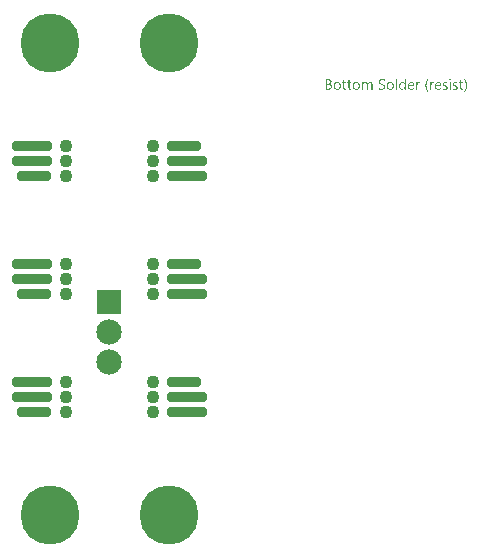
<source format=gbs>
G04*
G04 #@! TF.GenerationSoftware,Altium Limited,Altium Designer,22.4.2 (48)*
G04*
G04 Layer_Color=16711935*
%FSAX45Y45*%
%MOMM*%
G71*
G04*
G04 #@! TF.SameCoordinates,69EBC29A-0566-45BE-847E-5E5AA8F2F2B9*
G04*
G04*
G04 #@! TF.FilePolarity,Negative*
G04*
G01*
G75*
%ADD17C,1.10000*%
%ADD18C,0.15000*%
%ADD19C,2.15000*%
%ADD20R,2.15000X2.15000*%
%ADD21C,5.00000*%
G04:AMPARAMS|DCode=29|XSize=0.9mm|YSize=3.4mm|CornerRadius=0.351mm|HoleSize=0mm|Usage=FLASHONLY|Rotation=270.000|XOffset=0mm|YOffset=0mm|HoleType=Round|Shape=RoundedRectangle|*
%AMROUNDEDRECTD29*
21,1,0.90000,2.69800,0,0,270.0*
21,1,0.19800,3.40000,0,0,270.0*
1,1,0.70200,-1.34900,-0.09900*
1,1,0.70200,-1.34900,0.09900*
1,1,0.70200,1.34900,0.09900*
1,1,0.70200,1.34900,-0.09900*
%
%ADD29ROUNDEDRECTD29*%
G04:AMPARAMS|DCode=30|XSize=0.9mm|YSize=2.9mm|CornerRadius=0.351mm|HoleSize=0mm|Usage=FLASHONLY|Rotation=270.000|XOffset=0mm|YOffset=0mm|HoleType=Round|Shape=RoundedRectangle|*
%AMROUNDEDRECTD30*
21,1,0.90000,2.19800,0,0,270.0*
21,1,0.19800,2.90000,0,0,270.0*
1,1,0.70200,-1.09900,-0.09900*
1,1,0.70200,-1.09900,0.09900*
1,1,0.70200,1.09900,0.09900*
1,1,0.70200,1.09900,-0.09900*
%
%ADD30ROUNDEDRECTD30*%
G36*
X002886108Y003695834D02*
X002886814Y003695677D01*
X002887520Y003695441D01*
X002888305Y003695049D01*
X002889090Y003694578D01*
X002889875Y003693950D01*
X002889953Y003693872D01*
X002890189Y003693636D01*
X002890503Y003693244D01*
X002890895Y003692694D01*
X002891209Y003691988D01*
X002891523Y003691203D01*
X002891759Y003690261D01*
X002891837Y003689241D01*
Y003689084D01*
Y003688770D01*
X002891759Y003688299D01*
X002891602Y003687593D01*
X002891366Y003686886D01*
X002890974Y003686102D01*
X002890503Y003685317D01*
X002889875Y003684532D01*
X002889796Y003684453D01*
X002889561Y003684218D01*
X002889090Y003683904D01*
X002888541Y003683590D01*
X002887834Y003683276D01*
X002887049Y003682962D01*
X002886186Y003682727D01*
X002885166Y003682648D01*
X002884695D01*
X002884224Y003682727D01*
X002883517Y003682884D01*
X002882811Y003683119D01*
X002882026Y003683433D01*
X002881241Y003683825D01*
X002880457Y003684453D01*
X002880378Y003684532D01*
X002880143Y003684767D01*
X002879829Y003685238D01*
X002879515Y003685788D01*
X002879201Y003686416D01*
X002878887Y003687279D01*
X002878651Y003688221D01*
X002878573Y003689241D01*
Y003689398D01*
Y003689712D01*
X002878651Y003690261D01*
X002878808Y003690889D01*
X002879044Y003691674D01*
X002879358Y003692459D01*
X002879829Y003693244D01*
X002880457Y003693950D01*
X002880535Y003694029D01*
X002880770Y003694264D01*
X002881241Y003694578D01*
X002881791Y003694971D01*
X002882497Y003695284D01*
X002883282Y003695598D01*
X002884145Y003695834D01*
X002885166Y003695912D01*
X002885637D01*
X002886108Y003695834D01*
D02*
G37*
G36*
X002312610Y003693401D02*
X002313709D01*
X002314965Y003693322D01*
X002316378Y003693244D01*
X002317869Y003693087D01*
X002321008Y003692694D01*
X002324148Y003692145D01*
X002325717Y003691753D01*
X002327130Y003691360D01*
X002328543Y003690811D01*
X002329720Y003690261D01*
Y003678488D01*
X002329642Y003678567D01*
X002329328Y003678724D01*
X002328935Y003678959D01*
X002328308Y003679352D01*
X002327523Y003679744D01*
X002326581Y003680215D01*
X002325482Y003680765D01*
X002324226Y003681235D01*
X002322813Y003681785D01*
X002321244Y003682256D01*
X002319596Y003682727D01*
X002317790Y003683119D01*
X002315907Y003683512D01*
X002313866Y003683747D01*
X002311668Y003683904D01*
X002309392Y003683982D01*
X002308137D01*
X002307273Y003683904D01*
X002306253Y003683825D01*
X002305076Y003683669D01*
X002303820Y003683512D01*
X002302564Y003683276D01*
X002302407D01*
X002302015Y003683119D01*
X002301387Y003682962D01*
X002300523Y003682727D01*
X002299582Y003682413D01*
X002298561Y003682020D01*
X002297463Y003681471D01*
X002296442Y003680922D01*
X002296364Y003680843D01*
X002295971Y003680608D01*
X002295500Y003680294D01*
X002294872Y003679823D01*
X002294245Y003679195D01*
X002293460Y003678488D01*
X002292753Y003677704D01*
X002292125Y003676762D01*
X002292047Y003676683D01*
X002291890Y003676291D01*
X002291576Y003675741D01*
X002291341Y003675035D01*
X002291027Y003674172D01*
X002290713Y003673073D01*
X002290556Y003671896D01*
X002290477Y003670561D01*
Y003670404D01*
Y003670012D01*
X002290556Y003669306D01*
X002290634Y003668521D01*
X002290791Y003667579D01*
X002291027Y003666559D01*
X002291341Y003665538D01*
X002291733Y003664596D01*
X002291812Y003664518D01*
X002291968Y003664204D01*
X002292282Y003663733D01*
X002292675Y003663105D01*
X002293224Y003662399D01*
X002293852Y003661614D01*
X002294637Y003660829D01*
X002295500Y003660044D01*
X002295579Y003659966D01*
X002295971Y003659730D01*
X002296521Y003659259D01*
X002297227Y003658788D01*
X002298090Y003658161D01*
X002299111Y003657533D01*
X002300288Y003656748D01*
X002301544Y003656041D01*
X002301622D01*
X002301701Y003655963D01*
X002302172Y003655728D01*
X002302957Y003655335D01*
X002303898Y003654786D01*
X002305154Y003654236D01*
X002306567Y003653530D01*
X002308137Y003652745D01*
X002309785Y003651882D01*
X002309863D01*
X002310020Y003651803D01*
X002310256Y003651646D01*
X002310570Y003651489D01*
X002311041Y003651254D01*
X002311512Y003651018D01*
X002312689Y003650390D01*
X002314102Y003649606D01*
X002315671Y003648742D01*
X002317241Y003647879D01*
X002318889Y003646859D01*
X002318968D01*
X002319046Y003646780D01*
X002319282Y003646623D01*
X002319596Y003646388D01*
X002320459Y003645838D01*
X002321479Y003645132D01*
X002322657Y003644269D01*
X002323912Y003643327D01*
X002325168Y003642228D01*
X002326424Y003641051D01*
X002326581Y003640894D01*
X002326973Y003640501D01*
X002327523Y003639873D01*
X002328308Y003639010D01*
X002329092Y003637990D01*
X002329956Y003636812D01*
X002330741Y003635478D01*
X002331525Y003634065D01*
Y003633987D01*
X002331604Y003633908D01*
X002331682Y003633673D01*
X002331839Y003633359D01*
X002332153Y003632574D01*
X002332546Y003631554D01*
X002332860Y003630220D01*
X002333174Y003628728D01*
X002333409Y003627080D01*
X002333488Y003625275D01*
Y003625196D01*
Y003624961D01*
Y003624647D01*
Y003624176D01*
X002333409Y003623627D01*
X002333331Y003622920D01*
X002333252Y003622214D01*
X002333174Y003621429D01*
X002332860Y003619624D01*
X002332389Y003617740D01*
X002331761Y003615857D01*
X002330898Y003614051D01*
Y003613973D01*
X002330819Y003613816D01*
X002330662Y003613581D01*
X002330427Y003613267D01*
X002329877Y003612482D01*
X002329092Y003611383D01*
X002328072Y003610206D01*
X002326895Y003608950D01*
X002325482Y003607773D01*
X002323912Y003606595D01*
X002323834D01*
X002323677Y003606438D01*
X002323441Y003606360D01*
X002323127Y003606124D01*
X002322735Y003605889D01*
X002322186Y003605653D01*
X002321008Y003605026D01*
X002319517Y003604398D01*
X002317790Y003603691D01*
X002315907Y003603063D01*
X002313788Y003602514D01*
X002313709D01*
X002313552Y003602436D01*
X002313238D01*
X002312767Y003602357D01*
X002312296Y003602200D01*
X002311668Y003602122D01*
X002310962Y003602043D01*
X002310099Y003601886D01*
X002308294Y003601651D01*
X002306253Y003601494D01*
X002304055Y003601337D01*
X002301701Y003601258D01*
X002300837D01*
X002300288Y003601337D01*
X002299503D01*
X002298561Y003601415D01*
X002297541Y003601494D01*
X002296442Y003601651D01*
X002296285D01*
X002295893Y003601729D01*
X002295265Y003601808D01*
X002294480Y003601886D01*
X002293538Y003602043D01*
X002292439Y003602200D01*
X002291341Y003602357D01*
X002290085Y003602592D01*
X002289928D01*
X002289535Y003602671D01*
X002288908Y003602828D01*
X002288123Y003603063D01*
X002287181Y003603220D01*
X002286161Y003603534D01*
X002283963Y003604162D01*
X002283806Y003604241D01*
X002283492Y003604319D01*
X002282943Y003604555D01*
X002282315Y003604790D01*
X002281608Y003605104D01*
X002280823Y003605496D01*
X002280039Y003605889D01*
X002279332Y003606360D01*
Y003618682D01*
X002279411Y003618604D01*
X002279725Y003618368D01*
X002280196Y003617976D01*
X002280745Y003617583D01*
X002281530Y003617034D01*
X002282393Y003616485D01*
X002283335Y003615857D01*
X002284434Y003615307D01*
X002284591Y003615229D01*
X002284983Y003615072D01*
X002285533Y003614758D01*
X002286317Y003614444D01*
X002287259Y003614051D01*
X002288280Y003613581D01*
X002289457Y003613110D01*
X002290634Y003612717D01*
X002290791Y003612639D01*
X002291184Y003612560D01*
X002291890Y003612403D01*
X002292675Y003612168D01*
X002293695Y003611854D01*
X002294794Y003611618D01*
X002297227Y003611147D01*
X002297384D01*
X002297776Y003611069D01*
X002298404Y003610990D01*
X002299268Y003610912D01*
X002300210Y003610755D01*
X002301230Y003610677D01*
X002303349Y003610598D01*
X002304291D01*
X002304919Y003610677D01*
X002305704D01*
X002306645Y003610755D01*
X002307666Y003610912D01*
X002308764Y003611069D01*
X002311119Y003611461D01*
X002313474Y003612089D01*
X002315750Y003612953D01*
X002316770Y003613502D01*
X002317712Y003614130D01*
X002317790Y003614208D01*
X002317947Y003614287D01*
X002318183Y003614522D01*
X002318497Y003614836D01*
X002318811Y003615150D01*
X002319203Y003615621D01*
X002319674Y003616171D01*
X002320145Y003616798D01*
X002320537Y003617505D01*
X002321008Y003618211D01*
X002321793Y003620016D01*
X002322029Y003621037D01*
X002322264Y003622136D01*
X002322421Y003623234D01*
X002322500Y003624490D01*
Y003624569D01*
Y003624647D01*
Y003625118D01*
X002322421Y003625746D01*
X002322343Y003626609D01*
X002322107Y003627630D01*
X002321872Y003628650D01*
X002321479Y003629749D01*
X002320930Y003630769D01*
X002320851Y003630926D01*
X002320616Y003631240D01*
X002320302Y003631711D01*
X002319831Y003632417D01*
X002319203Y003633124D01*
X002318418Y003633987D01*
X002317555Y003634772D01*
X002316535Y003635635D01*
X002316378Y003635714D01*
X002316064Y003636028D01*
X002315436Y003636498D01*
X002314651Y003637048D01*
X002313631Y003637676D01*
X002312532Y003638382D01*
X002311276Y003639167D01*
X002309863Y003639873D01*
X002309785D01*
X002309706Y003639952D01*
X002309471Y003640109D01*
X002309235Y003640266D01*
X002308451Y003640658D01*
X002307430Y003641208D01*
X002306174Y003641835D01*
X002304762Y003642542D01*
X002303270Y003643327D01*
X002301622Y003644190D01*
X002301544D01*
X002301387Y003644269D01*
X002301151Y003644426D01*
X002300837Y003644582D01*
X002299974Y003645053D01*
X002298797Y003645681D01*
X002297463Y003646388D01*
X002295971Y003647173D01*
X002292910Y003648978D01*
X002292832D01*
X002292753Y003649056D01*
X002292518Y003649213D01*
X002292204Y003649370D01*
X002291498Y003649920D01*
X002290556Y003650547D01*
X002289457Y003651332D01*
X002288280Y003652274D01*
X002287102Y003653216D01*
X002285925Y003654315D01*
X002285768Y003654472D01*
X002285454Y003654864D01*
X002284905Y003655414D01*
X002284198Y003656198D01*
X002283492Y003657219D01*
X002282707Y003658318D01*
X002281922Y003659573D01*
X002281216Y003660908D01*
Y003660986D01*
X002281137Y003661065D01*
X002281059Y003661300D01*
X002280980Y003661614D01*
X002280667Y003662399D01*
X002280353Y003663419D01*
X002280039Y003664675D01*
X002279725Y003666166D01*
X002279568Y003667814D01*
X002279489Y003669620D01*
Y003669698D01*
Y003669855D01*
Y003670247D01*
X002279568Y003670640D01*
Y003671189D01*
X002279646Y003671817D01*
X002279803Y003673230D01*
X002280117Y003674878D01*
X002280588Y003676683D01*
X002281294Y003678488D01*
X002282158Y003680215D01*
Y003680294D01*
X002282315Y003680451D01*
X002282472Y003680686D01*
X002282629Y003681000D01*
X002283257Y003681785D01*
X002284041Y003682884D01*
X002285062Y003684061D01*
X002286239Y003685317D01*
X002287573Y003686494D01*
X002289143Y003687671D01*
X002289221D01*
X002289378Y003687828D01*
X002289614Y003687985D01*
X002289928Y003688142D01*
X002290320Y003688378D01*
X002290791Y003688692D01*
X002292047Y003689320D01*
X002293538Y003690026D01*
X002295186Y003690732D01*
X002297070Y003691439D01*
X002299111Y003691988D01*
X002299189D01*
X002299346Y003692067D01*
X002299660Y003692145D01*
X002300053Y003692224D01*
X002300602Y003692302D01*
X002301151Y003692459D01*
X002301858Y003692616D01*
X002302643Y003692773D01*
X002304369Y003693008D01*
X002306253Y003693244D01*
X002308372Y003693401D01*
X002310491Y003693479D01*
X002311747D01*
X002312610Y003693401D01*
D02*
G37*
G36*
X002509846Y003602749D02*
X002499642D01*
Y003613502D01*
X002499407D01*
X002499329Y003613345D01*
X002499093Y003612953D01*
X002498622Y003612403D01*
X002498073Y003611618D01*
X002497288Y003610677D01*
X002496425Y003609656D01*
X002495326Y003608557D01*
X002493991Y003607380D01*
X002492579Y003606203D01*
X002490931Y003605104D01*
X002489125Y003604084D01*
X002487163Y003603142D01*
X002485044Y003602357D01*
X002482689Y003601808D01*
X002480178Y003601415D01*
X002477509Y003601258D01*
X002476960D01*
X002476332Y003601337D01*
X002475547Y003601415D01*
X002474527Y003601494D01*
X002473350Y003601729D01*
X002472015Y003601965D01*
X002470603Y003602357D01*
X002469111Y003602749D01*
X002467542Y003603377D01*
X002465972Y003604005D01*
X002464324Y003604869D01*
X002462754Y003605810D01*
X002461184Y003606988D01*
X002459693Y003608322D01*
X002458280Y003609813D01*
X002458202Y003609892D01*
X002457966Y003610206D01*
X002457652Y003610677D01*
X002457182Y003611383D01*
X002456632Y003612246D01*
X002456004Y003613267D01*
X002455376Y003614522D01*
X002454748Y003615935D01*
X002454042Y003617505D01*
X002453414Y003619232D01*
X002452786Y003621194D01*
X002452237Y003623234D01*
X002451766Y003625432D01*
X002451452Y003627865D01*
X002451217Y003630377D01*
X002451138Y003633045D01*
Y003633124D01*
Y003633202D01*
Y003633437D01*
Y003633751D01*
X002451217Y003634536D01*
X002451295Y003635635D01*
X002451374Y003637048D01*
X002451531Y003638539D01*
X002451766Y003640266D01*
X002452158Y003642149D01*
X002452551Y003644112D01*
X002453100Y003646231D01*
X002453728Y003648271D01*
X002454513Y003650469D01*
X002455376Y003652510D01*
X002456475Y003654550D01*
X002457652Y003656512D01*
X002459065Y003658396D01*
X002459144Y003658475D01*
X002459458Y003658788D01*
X002459929Y003659259D01*
X002460556Y003659887D01*
X002461341Y003660594D01*
X002462283Y003661457D01*
X002463460Y003662320D01*
X002464716Y003663184D01*
X002466207Y003664047D01*
X002467777Y003664910D01*
X002469504Y003665774D01*
X002471387Y003666480D01*
X002473428Y003667108D01*
X002475626Y003667579D01*
X002477902Y003667893D01*
X002480335Y003667971D01*
X002480884D01*
X002481591Y003667893D01*
X002482454Y003667814D01*
X002483553Y003667657D01*
X002484809Y003667422D01*
X002486143Y003667108D01*
X002487634Y003666716D01*
X002489204Y003666166D01*
X002490774Y003665460D01*
X002492343Y003664596D01*
X002493913Y003663576D01*
X002495404Y003662399D01*
X002496895Y003661065D01*
X002498230Y003659416D01*
X002499407Y003657611D01*
X002499642D01*
Y003697090D01*
X002509846D01*
Y003602749D01*
D02*
G37*
G36*
X002932807Y003667893D02*
X002933513D01*
X002934376Y003667814D01*
X002935318Y003667736D01*
X002936339Y003667579D01*
X002938693Y003667265D01*
X002941126Y003666716D01*
X002943716Y003666009D01*
X002946228Y003665067D01*
Y003654707D01*
X002946149Y003654786D01*
X002945914Y003654943D01*
X002945521Y003655100D01*
X002944972Y003655414D01*
X002944344Y003655806D01*
X002943559Y003656198D01*
X002942617Y003656591D01*
X002941597Y003657062D01*
X002940420Y003657454D01*
X002939243Y003657847D01*
X002937908Y003658239D01*
X002936496Y003658631D01*
X002934926Y003658945D01*
X002933356Y003659102D01*
X002931786Y003659259D01*
X002930060Y003659338D01*
X002929039D01*
X002928333Y003659259D01*
X002927548Y003659181D01*
X002926685Y003659024D01*
X002924880Y003658631D01*
X002924801D01*
X002924487Y003658553D01*
X002924095Y003658396D01*
X002923545Y003658161D01*
X002922290Y003657611D01*
X002920955Y003656826D01*
X002920877Y003656748D01*
X002920720Y003656591D01*
X002920406Y003656355D01*
X002920013Y003656041D01*
X002919150Y003655178D01*
X002918365Y003654001D01*
Y003653922D01*
X002918208Y003653687D01*
X002918130Y003653373D01*
X002917973Y003652902D01*
X002917816Y003652431D01*
X002917659Y003651803D01*
X002917580Y003651097D01*
X002917502Y003650390D01*
Y003650312D01*
Y003649998D01*
X002917580Y003649527D01*
Y003648899D01*
X002917737Y003648271D01*
X002917894Y003647565D01*
X002918051Y003646859D01*
X002918365Y003646152D01*
X002918444Y003646074D01*
X002918522Y003645838D01*
X002918758Y003645524D01*
X002919072Y003645132D01*
X002919464Y003644739D01*
X002919856Y003644190D01*
X002921034Y003643170D01*
X002921112Y003643091D01*
X002921348Y003642934D01*
X002921740Y003642699D01*
X002922211Y003642385D01*
X002922839Y003642071D01*
X002923545Y003641679D01*
X002924409Y003641208D01*
X002925272Y003640815D01*
X002925351Y003640737D01*
X002925743Y003640658D01*
X002926214Y003640423D01*
X002926920Y003640187D01*
X002927784Y003639795D01*
X002928725Y003639402D01*
X002929746Y003639010D01*
X002930923Y003638539D01*
X002931002D01*
X002931080Y003638461D01*
X002931315Y003638382D01*
X002931629Y003638304D01*
X002932414Y003637990D01*
X002933435Y003637519D01*
X002934612Y003637048D01*
X002935946Y003636498D01*
X002937280Y003635871D01*
X002938536Y003635243D01*
X002938615D01*
X002938693Y003635164D01*
X002939086Y003634929D01*
X002939713Y003634615D01*
X002940498Y003634144D01*
X002941440Y003633516D01*
X002942382Y003632888D01*
X002943324Y003632103D01*
X002944266Y003631318D01*
X002944344Y003631240D01*
X002944658Y003630926D01*
X002945050Y003630534D01*
X002945600Y003629906D01*
X002946149Y003629199D01*
X002946777Y003628336D01*
X002947327Y003627394D01*
X002947876Y003626374D01*
X002947954Y003626217D01*
X002948111Y003625903D01*
X002948268Y003625275D01*
X002948504Y003624490D01*
X002948739Y003623548D01*
X002948975Y003622449D01*
X002949053Y003621194D01*
X002949132Y003619781D01*
Y003619702D01*
Y003619545D01*
Y003619310D01*
Y003618996D01*
X002949053Y003618133D01*
X002948896Y003616955D01*
X002948582Y003615700D01*
X002948268Y003614287D01*
X002947719Y003612874D01*
X002947013Y003611540D01*
X002946934Y003611383D01*
X002946620Y003610990D01*
X002946149Y003610363D01*
X002945521Y003609499D01*
X002944737Y003608636D01*
X002943795Y003607616D01*
X002942696Y003606674D01*
X002941440Y003605732D01*
X002941283Y003605653D01*
X002940812Y003605340D01*
X002940106Y003604947D01*
X002939164Y003604476D01*
X002937987Y003603927D01*
X002936574Y003603377D01*
X002935083Y003602828D01*
X002933435Y003602357D01*
X002933356D01*
X002933199Y003602279D01*
X002932964D01*
X002932650Y003602200D01*
X002932257Y003602122D01*
X002931786Y003602043D01*
X002930609Y003601808D01*
X002929118Y003601572D01*
X002927548Y003601415D01*
X002925821Y003601337D01*
X002923938Y003601258D01*
X002922996D01*
X002922290Y003601337D01*
X002921426D01*
X002920484Y003601494D01*
X002919307Y003601572D01*
X002918130Y003601729D01*
X002916796Y003601965D01*
X002915461Y003602200D01*
X002912636Y003602828D01*
X002909732Y003603770D01*
X002908319Y003604398D01*
X002906906Y003605026D01*
Y003615935D01*
X002906985Y003615857D01*
X002907299Y003615700D01*
X002907770Y003615386D01*
X002908398Y003614993D01*
X002909182Y003614522D01*
X002910046Y003613973D01*
X002911145Y003613424D01*
X002912322Y003612874D01*
X002913656Y003612325D01*
X002915069Y003611775D01*
X002916560Y003611226D01*
X002918130Y003610755D01*
X002919856Y003610363D01*
X002921583Y003610049D01*
X002923388Y003609892D01*
X002925272Y003609813D01*
X002925821D01*
X002926528Y003609892D01*
X002927391Y003609970D01*
X002928411Y003610127D01*
X002929510Y003610284D01*
X002930766Y003610598D01*
X002932022Y003610912D01*
X002933199Y003611383D01*
X002934455Y003612011D01*
X002935554Y003612717D01*
X002936574Y003613581D01*
X002937437Y003614601D01*
X002938144Y003615778D01*
X002938536Y003617191D01*
X002938693Y003617976D01*
Y003618761D01*
Y003618839D01*
Y003619232D01*
X002938615Y003619702D01*
X002938536Y003620252D01*
X002938379Y003620958D01*
X002938222Y003621665D01*
X002937908Y003622371D01*
X002937516Y003623077D01*
X002937437Y003623156D01*
X002937280Y003623391D01*
X002937045Y003623705D01*
X002936731Y003624176D01*
X002936260Y003624647D01*
X002935789Y003625196D01*
X002935161Y003625667D01*
X002934455Y003626217D01*
X002934376Y003626295D01*
X002934141Y003626452D01*
X002933670Y003626688D01*
X002933121Y003627080D01*
X002932493Y003627473D01*
X002931708Y003627865D01*
X002930766Y003628257D01*
X002929824Y003628650D01*
X002929667Y003628728D01*
X002929353Y003628807D01*
X002928804Y003629042D01*
X002928098Y003629356D01*
X002927313Y003629749D01*
X002926292Y003630141D01*
X002925272Y003630534D01*
X002924173Y003631004D01*
X002924095D01*
X002924016Y003631083D01*
X002923781Y003631161D01*
X002923467Y003631318D01*
X002922682Y003631632D01*
X002921662Y003632025D01*
X002920484Y003632574D01*
X002919229Y003633124D01*
X002917973Y003633751D01*
X002916717Y003634379D01*
X002916560Y003634458D01*
X002916168Y003634693D01*
X002915618Y003635007D01*
X002914833Y003635478D01*
X002913970Y003636106D01*
X002913107Y003636734D01*
X002912165Y003637440D01*
X002911302Y003638225D01*
X002911223Y003638304D01*
X002910988Y003638618D01*
X002910595Y003639010D01*
X002910124Y003639638D01*
X002909575Y003640344D01*
X002909025Y003641208D01*
X002908555Y003642071D01*
X002908084Y003643091D01*
X002908005Y003643248D01*
X002907927Y003643562D01*
X002907770Y003644190D01*
X002907613Y003644896D01*
X002907377Y003645838D01*
X002907220Y003646937D01*
X002907142Y003648193D01*
X002907063Y003649527D01*
Y003649606D01*
Y003649763D01*
Y003649998D01*
Y003650312D01*
X002907142Y003651097D01*
X002907299Y003652196D01*
X002907534Y003653451D01*
X002907927Y003654786D01*
X002908398Y003656120D01*
X002909104Y003657454D01*
Y003657533D01*
X002909182Y003657611D01*
X002909496Y003658004D01*
X002909967Y003658631D01*
X002910517Y003659495D01*
X002911302Y003660358D01*
X002912243Y003661300D01*
X002913342Y003662320D01*
X002914519Y003663184D01*
X002914598D01*
X002914676Y003663262D01*
X002915147Y003663576D01*
X002915854Y003663969D01*
X002916796Y003664518D01*
X002917973Y003665067D01*
X002919307Y003665695D01*
X002920798Y003666245D01*
X002922368Y003666716D01*
X002922447D01*
X002922604Y003666794D01*
X002922839Y003666873D01*
X002923153Y003666951D01*
X002923545Y003667029D01*
X002924016Y003667108D01*
X002925115Y003667343D01*
X002926528Y003667579D01*
X002928019Y003667814D01*
X002929667Y003667893D01*
X002931394Y003667971D01*
X002932179D01*
X002932807Y003667893D01*
D02*
G37*
G36*
X002847885D02*
X002848591D01*
X002849455Y003667814D01*
X002850396Y003667736D01*
X002851417Y003667579D01*
X002853771Y003667265D01*
X002856204Y003666716D01*
X002858794Y003666009D01*
X002861306Y003665067D01*
Y003654707D01*
X002861227Y003654786D01*
X002860992Y003654943D01*
X002860600Y003655100D01*
X002860050Y003655414D01*
X002859422Y003655806D01*
X002858637Y003656198D01*
X002857696Y003656591D01*
X002856675Y003657062D01*
X002855498Y003657454D01*
X002854321Y003657847D01*
X002852986Y003658239D01*
X002851574Y003658631D01*
X002850004Y003658945D01*
X002848434Y003659102D01*
X002846865Y003659259D01*
X002845138Y003659338D01*
X002844118D01*
X002843411Y003659259D01*
X002842626Y003659181D01*
X002841763Y003659024D01*
X002839958Y003658631D01*
X002839879D01*
X002839565Y003658553D01*
X002839173Y003658396D01*
X002838623Y003658161D01*
X002837368Y003657611D01*
X002836033Y003656826D01*
X002835955Y003656748D01*
X002835798Y003656591D01*
X002835484Y003656355D01*
X002835092Y003656041D01*
X002834228Y003655178D01*
X002833443Y003654001D01*
Y003653922D01*
X002833286Y003653687D01*
X002833208Y003653373D01*
X002833051Y003652902D01*
X002832894Y003652431D01*
X002832737Y003651803D01*
X002832659Y003651097D01*
X002832580Y003650390D01*
Y003650312D01*
Y003649998D01*
X002832659Y003649527D01*
Y003648899D01*
X002832816Y003648271D01*
X002832972Y003647565D01*
X002833129Y003646859D01*
X002833443Y003646152D01*
X002833522Y003646074D01*
X002833600Y003645838D01*
X002833836Y003645524D01*
X002834150Y003645132D01*
X002834542Y003644739D01*
X002834935Y003644190D01*
X002836112Y003643170D01*
X002836190Y003643091D01*
X002836426Y003642934D01*
X002836818Y003642699D01*
X002837289Y003642385D01*
X002837917Y003642071D01*
X002838623Y003641679D01*
X002839487Y003641208D01*
X002840350Y003640815D01*
X002840429Y003640737D01*
X002840821Y003640658D01*
X002841292Y003640423D01*
X002841998Y003640187D01*
X002842862Y003639795D01*
X002843804Y003639402D01*
X002844824Y003639010D01*
X002846001Y003638539D01*
X002846080D01*
X002846158Y003638461D01*
X002846394Y003638382D01*
X002846708Y003638304D01*
X002847492Y003637990D01*
X002848513Y003637519D01*
X002849690Y003637048D01*
X002851024Y003636498D01*
X002852359Y003635871D01*
X002853614Y003635243D01*
X002853693D01*
X002853771Y003635164D01*
X002854164Y003634929D01*
X002854792Y003634615D01*
X002855576Y003634144D01*
X002856518Y003633516D01*
X002857460Y003632888D01*
X002858402Y003632103D01*
X002859344Y003631318D01*
X002859422Y003631240D01*
X002859736Y003630926D01*
X002860129Y003630534D01*
X002860678Y003629906D01*
X002861227Y003629199D01*
X002861855Y003628336D01*
X002862405Y003627394D01*
X002862954Y003626374D01*
X002863033Y003626217D01*
X002863190Y003625903D01*
X002863347Y003625275D01*
X002863582Y003624490D01*
X002863817Y003623548D01*
X002864053Y003622449D01*
X002864131Y003621194D01*
X002864210Y003619781D01*
Y003619702D01*
Y003619545D01*
Y003619310D01*
Y003618996D01*
X002864131Y003618133D01*
X002863974Y003616955D01*
X002863661Y003615700D01*
X002863347Y003614287D01*
X002862797Y003612874D01*
X002862091Y003611540D01*
X002862012Y003611383D01*
X002861698Y003610990D01*
X002861227Y003610363D01*
X002860600Y003609499D01*
X002859815Y003608636D01*
X002858873Y003607616D01*
X002857774Y003606674D01*
X002856518Y003605732D01*
X002856361Y003605653D01*
X002855890Y003605340D01*
X002855184Y003604947D01*
X002854242Y003604476D01*
X002853065Y003603927D01*
X002851652Y003603377D01*
X002850161Y003602828D01*
X002848513Y003602357D01*
X002848434D01*
X002848277Y003602279D01*
X002848042D01*
X002847728Y003602200D01*
X002847335Y003602122D01*
X002846865Y003602043D01*
X002845687Y003601808D01*
X002844196Y003601572D01*
X002842626Y003601415D01*
X002840900Y003601337D01*
X002839016Y003601258D01*
X002838074D01*
X002837368Y003601337D01*
X002836504D01*
X002835563Y003601494D01*
X002834385Y003601572D01*
X002833208Y003601729D01*
X002831874Y003601965D01*
X002830539Y003602200D01*
X002827714Y003602828D01*
X002824810Y003603770D01*
X002823397Y003604398D01*
X002821984Y003605026D01*
Y003615935D01*
X002822063Y003615857D01*
X002822377Y003615700D01*
X002822848Y003615386D01*
X002823476Y003614993D01*
X002824261Y003614522D01*
X002825124Y003613973D01*
X002826223Y003613424D01*
X002827400Y003612874D01*
X002828734Y003612325D01*
X002830147Y003611775D01*
X002831638Y003611226D01*
X002833208Y003610755D01*
X002834935Y003610363D01*
X002836661Y003610049D01*
X002838467Y003609892D01*
X002840350Y003609813D01*
X002840900D01*
X002841606Y003609892D01*
X002842469Y003609970D01*
X002843490Y003610127D01*
X002844588Y003610284D01*
X002845844Y003610598D01*
X002847100Y003610912D01*
X002848277Y003611383D01*
X002849533Y003612011D01*
X002850632Y003612717D01*
X002851652Y003613581D01*
X002852516Y003614601D01*
X002853222Y003615778D01*
X002853614Y003617191D01*
X002853771Y003617976D01*
Y003618761D01*
Y003618839D01*
Y003619232D01*
X002853693Y003619702D01*
X002853614Y003620252D01*
X002853457Y003620958D01*
X002853300Y003621665D01*
X002852986Y003622371D01*
X002852594Y003623077D01*
X002852516Y003623156D01*
X002852359Y003623391D01*
X002852123Y003623705D01*
X002851809Y003624176D01*
X002851338Y003624647D01*
X002850867Y003625196D01*
X002850239Y003625667D01*
X002849533Y003626217D01*
X002849455Y003626295D01*
X002849219Y003626452D01*
X002848748Y003626688D01*
X002848199Y003627080D01*
X002847571Y003627473D01*
X002846786Y003627865D01*
X002845844Y003628257D01*
X002844902Y003628650D01*
X002844745Y003628728D01*
X002844431Y003628807D01*
X002843882Y003629042D01*
X002843176Y003629356D01*
X002842391Y003629749D01*
X002841370Y003630141D01*
X002840350Y003630534D01*
X002839251Y003631004D01*
X002839173D01*
X002839094Y003631083D01*
X002838859Y003631161D01*
X002838545Y003631318D01*
X002837760Y003631632D01*
X002836740Y003632025D01*
X002835563Y003632574D01*
X002834307Y003633124D01*
X002833051Y003633751D01*
X002831795Y003634379D01*
X002831638Y003634458D01*
X002831246Y003634693D01*
X002830696Y003635007D01*
X002829912Y003635478D01*
X002829048Y003636106D01*
X002828185Y003636734D01*
X002827243Y003637440D01*
X002826380Y003638225D01*
X002826301Y003638304D01*
X002826066Y003638618D01*
X002825673Y003639010D01*
X002825202Y003639638D01*
X002824653Y003640344D01*
X002824104Y003641208D01*
X002823633Y003642071D01*
X002823162Y003643091D01*
X002823083Y003643248D01*
X002823005Y003643562D01*
X002822848Y003644190D01*
X002822691Y003644896D01*
X002822455Y003645838D01*
X002822298Y003646937D01*
X002822220Y003648193D01*
X002822141Y003649527D01*
Y003649606D01*
Y003649763D01*
Y003649998D01*
Y003650312D01*
X002822220Y003651097D01*
X002822377Y003652196D01*
X002822612Y003653451D01*
X002823005Y003654786D01*
X002823476Y003656120D01*
X002824182Y003657454D01*
Y003657533D01*
X002824261Y003657611D01*
X002824574Y003658004D01*
X002825045Y003658631D01*
X002825595Y003659495D01*
X002826380Y003660358D01*
X002827321Y003661300D01*
X002828420Y003662320D01*
X002829598Y003663184D01*
X002829676D01*
X002829755Y003663262D01*
X002830225Y003663576D01*
X002830932Y003663969D01*
X002831874Y003664518D01*
X002833051Y003665067D01*
X002834385Y003665695D01*
X002835876Y003666245D01*
X002837446Y003666716D01*
X002837525D01*
X002837682Y003666794D01*
X002837917Y003666873D01*
X002838231Y003666951D01*
X002838623Y003667029D01*
X002839094Y003667108D01*
X002840193Y003667343D01*
X002841606Y003667579D01*
X002843097Y003667814D01*
X002844745Y003667893D01*
X002846472Y003667971D01*
X002847257D01*
X002847885Y003667893D01*
D02*
G37*
G36*
X002207831D02*
X002208302D01*
X002208852Y003667814D01*
X002210186Y003667579D01*
X002211756Y003667186D01*
X002213561Y003666637D01*
X002215445Y003665774D01*
X002217407Y003664753D01*
X002218427Y003664047D01*
X002219369Y003663341D01*
X002220311Y003662556D01*
X002221253Y003661614D01*
X002222194Y003660594D01*
X002223058Y003659495D01*
X002223843Y003658318D01*
X002224628Y003656983D01*
X002225334Y003655571D01*
X002225962Y003654001D01*
X002226511Y003652353D01*
X002227061Y003650547D01*
X002227375Y003648664D01*
X002227688Y003646545D01*
X002227845Y003644347D01*
X002227924Y003641992D01*
Y003602749D01*
X002217721D01*
Y003639324D01*
Y003639481D01*
Y003639795D01*
Y003640344D01*
X002217642Y003641051D01*
Y003641914D01*
X002217564Y003642934D01*
X002217485Y003644033D01*
X002217328Y003645210D01*
X002216936Y003647722D01*
X002216308Y003650233D01*
X002215994Y003651489D01*
X002215523Y003652588D01*
X002214974Y003653687D01*
X002214424Y003654629D01*
Y003654707D01*
X002214267Y003654864D01*
X002214110Y003655100D01*
X002213796Y003655335D01*
X002213482Y003655728D01*
X002213012Y003656120D01*
X002212462Y003656512D01*
X002211834Y003656983D01*
X002211128Y003657454D01*
X002210343Y003657847D01*
X002209401Y003658239D01*
X002208459Y003658631D01*
X002207361Y003658867D01*
X002206105Y003659102D01*
X002204849Y003659259D01*
X002203436Y003659338D01*
X002202808D01*
X002202337Y003659259D01*
X002201788Y003659181D01*
X002201160Y003659024D01*
X002199590Y003658631D01*
X002198727Y003658318D01*
X002197864Y003657847D01*
X002196922Y003657376D01*
X002196059Y003656826D01*
X002195117Y003656120D01*
X002194175Y003655335D01*
X002193233Y003654393D01*
X002192370Y003653373D01*
X002192291Y003653294D01*
X002192213Y003653137D01*
X002191977Y003652745D01*
X002191663Y003652353D01*
X002191349Y003651725D01*
X002190957Y003651018D01*
X002190486Y003650233D01*
X002190094Y003649370D01*
X002189701Y003648350D01*
X002189230Y003647251D01*
X002188838Y003646074D01*
X002188524Y003644818D01*
X002188210Y003643484D01*
X002188053Y003642071D01*
X002187896Y003640658D01*
X002187818Y003639088D01*
Y003602749D01*
X002177614D01*
Y003640580D01*
Y003640658D01*
Y003640815D01*
Y003641051D01*
Y003641365D01*
X002177536Y003641835D01*
Y003642306D01*
X002177379Y003643484D01*
X002177143Y003644896D01*
X002176830Y003646545D01*
X002176437Y003648193D01*
X002175809Y003649998D01*
X002175024Y003651725D01*
X002174083Y003653373D01*
X002172905Y003655021D01*
X002171492Y003656434D01*
X002169844Y003657611D01*
X002168902Y003658082D01*
X002167882Y003658553D01*
X002166783Y003658867D01*
X002165685Y003659102D01*
X002164429Y003659259D01*
X002163094Y003659338D01*
X002162467D01*
X002161996Y003659259D01*
X002161368Y003659181D01*
X002160740Y003659024D01*
X002159170Y003658631D01*
X002158307Y003658318D01*
X002157443Y003657925D01*
X002156502Y003657533D01*
X002155560Y003656983D01*
X002154618Y003656277D01*
X002153676Y003655571D01*
X002152813Y003654707D01*
X002151949Y003653687D01*
X002151871Y003653608D01*
X002151792Y003653451D01*
X002151557Y003653137D01*
X002151243Y003652667D01*
X002150929Y003652117D01*
X002150615Y003651489D01*
X002150223Y003650704D01*
X002149830Y003649763D01*
X002149359Y003648742D01*
X002148967Y003647643D01*
X002148653Y003646466D01*
X002148339Y003645210D01*
X002148025Y003643798D01*
X002147790Y003642306D01*
X002147711Y003640737D01*
X002147633Y003639088D01*
Y003602749D01*
X002137430D01*
Y003666480D01*
X002147633D01*
Y003656355D01*
X002147868D01*
X002147947Y003656512D01*
X002148182Y003656826D01*
X002148575Y003657454D01*
X002149124Y003658161D01*
X002149830Y003659024D01*
X002150694Y003660044D01*
X002151714Y003661065D01*
X002152891Y003662163D01*
X002154226Y003663262D01*
X002155717Y003664282D01*
X002157365Y003665303D01*
X002159092Y003666166D01*
X002161054Y003666873D01*
X002163173Y003667500D01*
X002165371Y003667814D01*
X002167725Y003667971D01*
X002168353D01*
X002168824Y003667893D01*
X002169373D01*
X002170080Y003667814D01*
X002170786Y003667657D01*
X002171571Y003667500D01*
X002173376Y003667108D01*
X002175260Y003666402D01*
X002177143Y003665538D01*
X002178085Y003664910D01*
X002179027Y003664282D01*
X002179106Y003664204D01*
X002179263Y003664126D01*
X002179498Y003663890D01*
X002179812Y003663655D01*
X002180675Y003662791D01*
X002181696Y003661771D01*
X002182794Y003660358D01*
X002183893Y003658710D01*
X002184914Y003656826D01*
X002185698Y003654707D01*
X002185777Y003654864D01*
X002186012Y003655257D01*
X002186483Y003655963D01*
X002187033Y003656748D01*
X002187818Y003657768D01*
X002188681Y003658945D01*
X002189780Y003660123D01*
X002191035Y003661379D01*
X002192448Y003662556D01*
X002194018Y003663812D01*
X002195745Y003664910D01*
X002197628Y003665931D01*
X002199747Y003666716D01*
X002201945Y003667422D01*
X002204378Y003667814D01*
X002206890Y003667971D01*
X002207439D01*
X002207831Y003667893D01*
D02*
G37*
G36*
X002743420Y003667500D02*
X002744283D01*
X002745225Y003667343D01*
X002746245Y003667186D01*
X002747266Y003667029D01*
X002748129Y003666716D01*
Y003656120D01*
X002747972Y003656198D01*
X002747658Y003656434D01*
X002747030Y003656748D01*
X002746167Y003657140D01*
X002744990Y003657533D01*
X002743734Y003657847D01*
X002742164Y003658082D01*
X002740359Y003658161D01*
X002739731D01*
X002739260Y003658082D01*
X002738711Y003658004D01*
X002738083Y003657847D01*
X002736592Y003657376D01*
X002735728Y003657062D01*
X002734865Y003656669D01*
X002733923Y003656120D01*
X002732981Y003655571D01*
X002732118Y003654864D01*
X002731176Y003654001D01*
X002730313Y003653059D01*
X002729449Y003651960D01*
X002729371Y003651882D01*
X002729292Y003651646D01*
X002729057Y003651332D01*
X002728743Y003650861D01*
X002728429Y003650233D01*
X002728037Y003649449D01*
X002727644Y003648585D01*
X002727252Y003647565D01*
X002726859Y003646466D01*
X002726467Y003645210D01*
X002726075Y003643798D01*
X002725761Y003642306D01*
X002725447Y003640658D01*
X002725211Y003638932D01*
X002725133Y003637126D01*
X002725054Y003635164D01*
Y003602749D01*
X002714851D01*
Y003666480D01*
X002725054D01*
Y003653294D01*
X002725290D01*
Y003653373D01*
X002725368Y003653608D01*
X002725525Y003653922D01*
X002725682Y003654393D01*
X002725918Y003654943D01*
X002726232Y003655649D01*
X002726938Y003657140D01*
X002727880Y003658867D01*
X002729057Y003660594D01*
X002730391Y003662242D01*
X002731961Y003663812D01*
X002732039Y003663890D01*
X002732196Y003663969D01*
X002732432Y003664126D01*
X002732746Y003664439D01*
X002733138Y003664675D01*
X002733688Y003664989D01*
X002734865Y003665695D01*
X002736356Y003666402D01*
X002738083Y003667029D01*
X002739967Y003667422D01*
X002740987Y003667500D01*
X002742007Y003667579D01*
X002742635D01*
X002743420Y003667500D01*
D02*
G37*
G36*
X002625691D02*
X002626554D01*
X002627496Y003667343D01*
X002628516Y003667186D01*
X002629537Y003667029D01*
X002630400Y003666716D01*
Y003656120D01*
X002630243Y003656198D01*
X002629929Y003656434D01*
X002629301Y003656748D01*
X002628438Y003657140D01*
X002627261Y003657533D01*
X002626005Y003657847D01*
X002624435Y003658082D01*
X002622630Y003658161D01*
X002622002D01*
X002621531Y003658082D01*
X002620982Y003658004D01*
X002620354Y003657847D01*
X002618863Y003657376D01*
X002617999Y003657062D01*
X002617136Y003656669D01*
X002616194Y003656120D01*
X002615252Y003655571D01*
X002614389Y003654864D01*
X002613447Y003654001D01*
X002612584Y003653059D01*
X002611720Y003651960D01*
X002611642Y003651882D01*
X002611563Y003651646D01*
X002611328Y003651332D01*
X002611014Y003650861D01*
X002610700Y003650233D01*
X002610308Y003649449D01*
X002609915Y003648585D01*
X002609523Y003647565D01*
X002609130Y003646466D01*
X002608738Y003645210D01*
X002608346Y003643798D01*
X002608032Y003642306D01*
X002607718Y003640658D01*
X002607482Y003638932D01*
X002607404Y003637126D01*
X002607325Y003635164D01*
Y003602749D01*
X002597122D01*
Y003666480D01*
X002607325D01*
Y003653294D01*
X002607561D01*
Y003653373D01*
X002607639Y003653608D01*
X002607796Y003653922D01*
X002607953Y003654393D01*
X002608189Y003654943D01*
X002608503Y003655649D01*
X002609209Y003657140D01*
X002610151Y003658867D01*
X002611328Y003660594D01*
X002612662Y003662242D01*
X002614232Y003663812D01*
X002614310Y003663890D01*
X002614467Y003663969D01*
X002614703Y003664126D01*
X002615017Y003664439D01*
X002615409Y003664675D01*
X002615959Y003664989D01*
X002617136Y003665695D01*
X002618627Y003666402D01*
X002620354Y003667029D01*
X002622238Y003667422D01*
X002623258Y003667500D01*
X002624278Y003667579D01*
X002624906D01*
X002625691Y003667500D01*
D02*
G37*
G36*
X002890110Y003602749D02*
X002879907D01*
Y003666480D01*
X002890110D01*
Y003602749D01*
D02*
G37*
G36*
X002434813D02*
X002424610D01*
Y003697090D01*
X002434813D01*
Y003602749D01*
D02*
G37*
G36*
X001857313Y003691910D02*
X001858255Y003691831D01*
X001859354Y003691674D01*
X001860609Y003691517D01*
X001862022Y003691282D01*
X001863435Y003690968D01*
X001864926Y003690575D01*
X001866496Y003690104D01*
X001867987Y003689555D01*
X001869557Y003688927D01*
X001870970Y003688142D01*
X001872382Y003687279D01*
X001873717Y003686259D01*
X001873795Y003686180D01*
X001874031Y003686023D01*
X001874344Y003685709D01*
X001874737Y003685238D01*
X001875286Y003684689D01*
X001875836Y003683982D01*
X001876464Y003683198D01*
X001877091Y003682334D01*
X001877719Y003681314D01*
X001878347Y003680215D01*
X001878897Y003678959D01*
X001879446Y003677704D01*
X001879839Y003676291D01*
X001880152Y003674800D01*
X001880388Y003673230D01*
X001880466Y003671582D01*
Y003671503D01*
Y003671268D01*
Y003670875D01*
X001880388Y003670326D01*
X001880309Y003669620D01*
X001880231Y003668913D01*
X001880152Y003668050D01*
X001879995Y003667108D01*
X001879446Y003664989D01*
X001878740Y003662791D01*
X001878269Y003661614D01*
X001877719Y003660515D01*
X001877091Y003659416D01*
X001876385Y003658318D01*
X001876307Y003658239D01*
X001876228Y003658082D01*
X001875993Y003657768D01*
X001875600Y003657376D01*
X001875208Y003656983D01*
X001874737Y003656434D01*
X001874109Y003655884D01*
X001873481Y003655257D01*
X001872696Y003654629D01*
X001871833Y003653922D01*
X001870891Y003653294D01*
X001869871Y003652588D01*
X001868772Y003651960D01*
X001867673Y003651411D01*
X001865083Y003650390D01*
Y003650155D01*
X001865162D01*
X001865476Y003650077D01*
X001865946Y003649998D01*
X001866574Y003649920D01*
X001867359Y003649763D01*
X001868223Y003649527D01*
X001869243Y003649213D01*
X001870263Y003648899D01*
X001872539Y003648036D01*
X001873795Y003647486D01*
X001874972Y003646780D01*
X001876150Y003646074D01*
X001877327Y003645289D01*
X001878504Y003644347D01*
X001879525Y003643327D01*
X001879603Y003643248D01*
X001879760Y003643091D01*
X001879995Y003642777D01*
X001880388Y003642306D01*
X001880780Y003641679D01*
X001881251Y003641051D01*
X001881722Y003640187D01*
X001882272Y003639324D01*
X001882742Y003638304D01*
X001883213Y003637126D01*
X001883684Y003635949D01*
X001884077Y003634615D01*
X001884469Y003633124D01*
X001884705Y003631632D01*
X001884862Y003630063D01*
X001884940Y003628336D01*
Y003628179D01*
Y003627865D01*
X001884862Y003627237D01*
X001884783Y003626452D01*
X001884705Y003625432D01*
X001884469Y003624333D01*
X001884234Y003623077D01*
X001883920Y003621743D01*
X001883449Y003620252D01*
X001882899Y003618761D01*
X001882272Y003617269D01*
X001881487Y003615700D01*
X001880545Y003614130D01*
X001879446Y003612639D01*
X001878190Y003611226D01*
X001876699Y003609813D01*
X001876621Y003609735D01*
X001876307Y003609499D01*
X001875836Y003609185D01*
X001875208Y003608714D01*
X001874423Y003608165D01*
X001873403Y003607616D01*
X001872304Y003606909D01*
X001871048Y003606281D01*
X001869557Y003605653D01*
X001867987Y003605026D01*
X001866339Y003604398D01*
X001864455Y003603848D01*
X001862493Y003603377D01*
X001860452Y003603063D01*
X001858255Y003602828D01*
X001855979Y003602749D01*
X001830000D01*
Y003691988D01*
X001856450D01*
X001857313Y003691910D01*
D02*
G37*
G36*
X002978329Y003666480D02*
X002994418D01*
Y003657690D01*
X002978329D01*
Y003621822D01*
Y003621743D01*
Y003621508D01*
Y003621194D01*
Y003620801D01*
X002978407Y003620252D01*
X002978486Y003619624D01*
X002978643Y003618290D01*
X002978878Y003616720D01*
X002979270Y003615229D01*
X002979820Y003613816D01*
X002980134Y003613188D01*
X002980526Y003612639D01*
X002980605Y003612560D01*
X002980919Y003612246D01*
X002981468Y003611775D01*
X002982253Y003611304D01*
X002983273Y003610755D01*
X002984529Y003610363D01*
X002986020Y003610049D01*
X002987747Y003609892D01*
X002988375D01*
X002989081Y003609970D01*
X002990023Y003610127D01*
X002991043Y003610441D01*
X002992221Y003610755D01*
X002993319Y003611304D01*
X002994418Y003612011D01*
Y003603299D01*
X002994340D01*
X002994261Y003603220D01*
X002994026Y003603142D01*
X002993790Y003602985D01*
X002992927Y003602671D01*
X002991907Y003602357D01*
X002990494Y003602043D01*
X002988846Y003601729D01*
X002986962Y003601494D01*
X002984843Y003601415D01*
X002984137D01*
X002983273Y003601572D01*
X002982253Y003601729D01*
X002980997Y003601965D01*
X002979584Y003602436D01*
X002978015Y003602985D01*
X002976523Y003603770D01*
X002974954Y003604712D01*
X002973384Y003605967D01*
X002971971Y003607459D01*
X002971343Y003608322D01*
X002970715Y003609264D01*
X002970166Y003610284D01*
X002969695Y003611383D01*
X002969224Y003612560D01*
X002968832Y003613894D01*
X002968518Y003615229D01*
X002968282Y003616720D01*
X002968204Y003618290D01*
X002968125Y003620016D01*
Y003657690D01*
X002957216D01*
Y003666480D01*
X002968125D01*
Y003682020D01*
X002978329Y003685317D01*
Y003666480D01*
D02*
G37*
G36*
X002033043D02*
X002049133D01*
Y003657690D01*
X002033043D01*
Y003621822D01*
Y003621743D01*
Y003621508D01*
Y003621194D01*
Y003620801D01*
X002033122Y003620252D01*
X002033200Y003619624D01*
X002033357Y003618290D01*
X002033593Y003616720D01*
X002033985Y003615229D01*
X002034534Y003613816D01*
X002034848Y003613188D01*
X002035241Y003612639D01*
X002035319Y003612560D01*
X002035633Y003612246D01*
X002036183Y003611775D01*
X002036967Y003611304D01*
X002037988Y003610755D01*
X002039244Y003610363D01*
X002040735Y003610049D01*
X002042461Y003609892D01*
X002043089D01*
X002043796Y003609970D01*
X002044738Y003610127D01*
X002045758Y003610441D01*
X002046935Y003610755D01*
X002048034Y003611304D01*
X002049133Y003612011D01*
Y003603299D01*
X002049054D01*
X002048976Y003603220D01*
X002048740Y003603142D01*
X002048505Y003602985D01*
X002047642Y003602671D01*
X002046621Y003602357D01*
X002045209Y003602043D01*
X002043560Y003601729D01*
X002041677Y003601494D01*
X002039558Y003601415D01*
X002038851D01*
X002037988Y003601572D01*
X002036967Y003601729D01*
X002035712Y003601965D01*
X002034299Y003602436D01*
X002032729Y003602985D01*
X002031238Y003603770D01*
X002029668Y003604712D01*
X002028099Y003605967D01*
X002026686Y003607459D01*
X002026058Y003608322D01*
X002025430Y003609264D01*
X002024881Y003610284D01*
X002024410Y003611383D01*
X002023939Y003612560D01*
X002023546Y003613894D01*
X002023232Y003615229D01*
X002022997Y003616720D01*
X002022918Y003618290D01*
X002022840Y003620016D01*
Y003657690D01*
X002011930D01*
Y003666480D01*
X002022840D01*
Y003682020D01*
X002033043Y003685317D01*
Y003666480D01*
D02*
G37*
G36*
X001989876D02*
X002005966D01*
Y003657690D01*
X001989876D01*
Y003621822D01*
Y003621743D01*
Y003621508D01*
Y003621194D01*
Y003620801D01*
X001989954Y003620252D01*
X001990033Y003619624D01*
X001990190Y003618290D01*
X001990425Y003616720D01*
X001990818Y003615229D01*
X001991367Y003613816D01*
X001991681Y003613188D01*
X001992073Y003612639D01*
X001992152Y003612560D01*
X001992466Y003612246D01*
X001993015Y003611775D01*
X001993800Y003611304D01*
X001994820Y003610755D01*
X001996076Y003610363D01*
X001997568Y003610049D01*
X001999294Y003609892D01*
X001999922D01*
X002000628Y003609970D01*
X002001570Y003610127D01*
X002002591Y003610441D01*
X002003768Y003610755D01*
X002004867Y003611304D01*
X002005966Y003612011D01*
Y003603299D01*
X002005887D01*
X002005809Y003603220D01*
X002005573Y003603142D01*
X002005338Y003602985D01*
X002004474Y003602671D01*
X002003454Y003602357D01*
X002002041Y003602043D01*
X002000393Y003601729D01*
X001998509Y003601494D01*
X001996390Y003601415D01*
X001995684D01*
X001994820Y003601572D01*
X001993800Y003601729D01*
X001992544Y003601965D01*
X001991132Y003602436D01*
X001989562Y003602985D01*
X001988071Y003603770D01*
X001986501Y003604712D01*
X001984931Y003605967D01*
X001983519Y003607459D01*
X001982891Y003608322D01*
X001982263Y003609264D01*
X001981713Y003610284D01*
X001981242Y003611383D01*
X001980772Y003612560D01*
X001980379Y003613894D01*
X001980065Y003615229D01*
X001979830Y003616720D01*
X001979751Y003618290D01*
X001979673Y003620016D01*
Y003657690D01*
X001968763D01*
Y003666480D01*
X001979673D01*
Y003682020D01*
X001989876Y003685317D01*
Y003666480D01*
D02*
G37*
G36*
X002785410Y003667893D02*
X002786273Y003667814D01*
X002787372Y003667736D01*
X002788549Y003667579D01*
X002789884Y003667265D01*
X002791296Y003666951D01*
X002792866Y003666559D01*
X002794436Y003666009D01*
X002796006Y003665303D01*
X002797654Y003664518D01*
X002799224Y003663576D01*
X002800715Y003662477D01*
X002802206Y003661222D01*
X002803540Y003659809D01*
X002803619Y003659730D01*
X002803854Y003659416D01*
X002804168Y003658945D01*
X002804639Y003658318D01*
X002805110Y003657533D01*
X002805738Y003656512D01*
X002806366Y003655335D01*
X002806994Y003654001D01*
X002807622Y003652431D01*
X002808249Y003650783D01*
X002808877Y003648899D01*
X002809348Y003646937D01*
X002809819Y003644739D01*
X002810133Y003642463D01*
X002810369Y003639952D01*
X002810447Y003637362D01*
Y003632025D01*
X002765396D01*
Y003631868D01*
Y003631554D01*
X002765475Y003631004D01*
X002765553Y003630298D01*
X002765632Y003629356D01*
X002765788Y003628336D01*
X002765945Y003627237D01*
X002766259Y003625981D01*
X002766966Y003623313D01*
X002767437Y003621979D01*
X002767986Y003620566D01*
X002768614Y003619232D01*
X002769320Y003617897D01*
X002770184Y003616720D01*
X002771126Y003615543D01*
X002771204Y003615464D01*
X002771361Y003615307D01*
X002771675Y003614993D01*
X002772146Y003614679D01*
X002772695Y003614208D01*
X002773402Y003613738D01*
X002774186Y003613188D01*
X002775050Y003612717D01*
X002776070Y003612168D01*
X002777247Y003611618D01*
X002778425Y003611147D01*
X002779837Y003610677D01*
X002781250Y003610363D01*
X002782820Y003610049D01*
X002784468Y003609892D01*
X002786195Y003609813D01*
X002786666D01*
X002787215Y003609892D01*
X002788000D01*
X002788942Y003610049D01*
X002790041Y003610206D01*
X002791296Y003610441D01*
X002792709Y003610677D01*
X002794200Y003611069D01*
X002795770Y003611540D01*
X002797418Y003612089D01*
X002799067Y003612796D01*
X002800793Y003613581D01*
X002802520Y003614522D01*
X002804247Y003615621D01*
X002805973Y003616877D01*
Y003607302D01*
X002805895Y003607223D01*
X002805581Y003607066D01*
X002805110Y003606752D01*
X002804482Y003606360D01*
X002803619Y003605889D01*
X002802598Y003605418D01*
X002801421Y003604869D01*
X002800087Y003604319D01*
X002798517Y003603691D01*
X002796869Y003603142D01*
X002795064Y003602671D01*
X002793102Y003602200D01*
X002790982Y003601808D01*
X002788706Y003601494D01*
X002786273Y003601337D01*
X002783762Y003601258D01*
X002783134D01*
X002782506Y003601337D01*
X002781564Y003601415D01*
X002780387Y003601494D01*
X002779053Y003601729D01*
X002777640Y003601965D01*
X002776070Y003602357D01*
X002774422Y003602828D01*
X002772695Y003603377D01*
X002770890Y003604084D01*
X002769163Y003604869D01*
X002767358Y003605889D01*
X002765710Y003607066D01*
X002764062Y003608400D01*
X002762571Y003609892D01*
X002762492Y003609970D01*
X002762257Y003610284D01*
X002761864Y003610834D01*
X002761393Y003611540D01*
X002760765Y003612403D01*
X002760137Y003613502D01*
X002759431Y003614758D01*
X002758725Y003616249D01*
X002758018Y003617819D01*
X002757312Y003619702D01*
X002756684Y003621665D01*
X002756056Y003623862D01*
X002755585Y003626217D01*
X002755193Y003628728D01*
X002754957Y003631475D01*
X002754879Y003634301D01*
Y003634379D01*
Y003634458D01*
Y003634693D01*
Y003634929D01*
X002754957Y003635714D01*
X002755036Y003636812D01*
X002755114Y003638068D01*
X002755350Y003639481D01*
X002755585Y003641129D01*
X002755899Y003642934D01*
X002756370Y003644818D01*
X002756920Y003646780D01*
X002757626Y003648821D01*
X002758411Y003650861D01*
X002759353Y003652824D01*
X002760530Y003654864D01*
X002761786Y003656748D01*
X002763277Y003658553D01*
X002763355Y003658631D01*
X002763669Y003658945D01*
X002764140Y003659416D01*
X002764768Y003660044D01*
X002765632Y003660751D01*
X002766652Y003661535D01*
X002767751Y003662399D01*
X002769085Y003663262D01*
X002770498Y003664126D01*
X002772146Y003664989D01*
X002773873Y003665774D01*
X002775678Y003666480D01*
X002777640Y003667108D01*
X002779759Y003667579D01*
X002781957Y003667893D01*
X002784233Y003667971D01*
X002784782D01*
X002785410Y003667893D01*
D02*
G37*
G36*
X002556702D02*
X002557565Y003667814D01*
X002558664Y003667736D01*
X002559841Y003667579D01*
X002561175Y003667265D01*
X002562588Y003666951D01*
X002564158Y003666559D01*
X002565728Y003666009D01*
X002567297Y003665303D01*
X002568946Y003664518D01*
X002570515Y003663576D01*
X002572007Y003662477D01*
X002573498Y003661222D01*
X002574832Y003659809D01*
X002574911Y003659730D01*
X002575146Y003659416D01*
X002575460Y003658945D01*
X002575931Y003658318D01*
X002576402Y003657533D01*
X002577030Y003656512D01*
X002577658Y003655335D01*
X002578285Y003654001D01*
X002578913Y003652431D01*
X002579541Y003650783D01*
X002580169Y003648899D01*
X002580640Y003646937D01*
X002581111Y003644739D01*
X002581425Y003642463D01*
X002581660Y003639952D01*
X002581739Y003637362D01*
Y003632025D01*
X002536688D01*
Y003631868D01*
Y003631554D01*
X002536766Y003631004D01*
X002536845Y003630298D01*
X002536923Y003629356D01*
X002537080Y003628336D01*
X002537237Y003627237D01*
X002537551Y003625981D01*
X002538258Y003623313D01*
X002538728Y003621979D01*
X002539278Y003620566D01*
X002539906Y003619232D01*
X002540612Y003617897D01*
X002541475Y003616720D01*
X002542417Y003615543D01*
X002542496Y003615464D01*
X002542653Y003615307D01*
X002542967Y003614993D01*
X002543438Y003614679D01*
X002543987Y003614208D01*
X002544693Y003613738D01*
X002545478Y003613188D01*
X002546342Y003612717D01*
X002547362Y003612168D01*
X002548539Y003611618D01*
X002549717Y003611147D01*
X002551129Y003610677D01*
X002552542Y003610363D01*
X002554112Y003610049D01*
X002555760Y003609892D01*
X002557487Y003609813D01*
X002557958D01*
X002558507Y003609892D01*
X002559292D01*
X002560234Y003610049D01*
X002561332Y003610206D01*
X002562588Y003610441D01*
X002564001Y003610677D01*
X002565492Y003611069D01*
X002567062Y003611540D01*
X002568710Y003612089D01*
X002570358Y003612796D01*
X002572085Y003613581D01*
X002573812Y003614522D01*
X002575538Y003615621D01*
X002577265Y003616877D01*
Y003607302D01*
X002577187Y003607223D01*
X002576873Y003607066D01*
X002576402Y003606752D01*
X002575774Y003606360D01*
X002574911Y003605889D01*
X002573890Y003605418D01*
X002572713Y003604869D01*
X002571379Y003604319D01*
X002569809Y003603691D01*
X002568161Y003603142D01*
X002566356Y003602671D01*
X002564393Y003602200D01*
X002562274Y003601808D01*
X002559998Y003601494D01*
X002557565Y003601337D01*
X002555054Y003601258D01*
X002554426D01*
X002553798Y003601337D01*
X002552856Y003601415D01*
X002551679Y003601494D01*
X002550344Y003601729D01*
X002548932Y003601965D01*
X002547362Y003602357D01*
X002545714Y003602828D01*
X002543987Y003603377D01*
X002542182Y003604084D01*
X002540455Y003604869D01*
X002538650Y003605889D01*
X002537002Y003607066D01*
X002535354Y003608400D01*
X002533862Y003609892D01*
X002533784Y003609970D01*
X002533548Y003610284D01*
X002533156Y003610834D01*
X002532685Y003611540D01*
X002532057Y003612403D01*
X002531429Y003613502D01*
X002530723Y003614758D01*
X002530017Y003616249D01*
X002529310Y003617819D01*
X002528604Y003619702D01*
X002527976Y003621665D01*
X002527348Y003623862D01*
X002526877Y003626217D01*
X002526485Y003628728D01*
X002526249Y003631475D01*
X002526171Y003634301D01*
Y003634379D01*
Y003634458D01*
Y003634693D01*
Y003634929D01*
X002526249Y003635714D01*
X002526328Y003636812D01*
X002526406Y003638068D01*
X002526642Y003639481D01*
X002526877Y003641129D01*
X002527191Y003642934D01*
X002527662Y003644818D01*
X002528211Y003646780D01*
X002528918Y003648821D01*
X002529703Y003650861D01*
X002530644Y003652824D01*
X002531822Y003654864D01*
X002533077Y003656748D01*
X002534569Y003658553D01*
X002534647Y003658631D01*
X002534961Y003658945D01*
X002535432Y003659416D01*
X002536060Y003660044D01*
X002536923Y003660751D01*
X002537944Y003661535D01*
X002539042Y003662399D01*
X002540377Y003663262D01*
X002541789Y003664126D01*
X002543438Y003664989D01*
X002545164Y003665774D01*
X002546970Y003666480D01*
X002548932Y003667108D01*
X002551051Y003667579D01*
X002553248Y003667893D01*
X002555524Y003667971D01*
X002556074D01*
X002556702Y003667893D01*
D02*
G37*
G36*
X002379402D02*
X002380422Y003667814D01*
X002381600Y003667736D01*
X002383012Y003667500D01*
X002384503Y003667265D01*
X002386152Y003666873D01*
X002387957Y003666402D01*
X002389762Y003665852D01*
X002391567Y003665146D01*
X002393451Y003664282D01*
X002395256Y003663262D01*
X002397061Y003662085D01*
X002398709Y003660751D01*
X002400279Y003659181D01*
X002400358Y003659102D01*
X002400593Y003658788D01*
X002400986Y003658239D01*
X002401535Y003657533D01*
X002402163Y003656669D01*
X002402791Y003655571D01*
X002403576Y003654315D01*
X002404282Y003652824D01*
X002405067Y003651175D01*
X002405773Y003649370D01*
X002406401Y003647408D01*
X002407029Y003645210D01*
X002407578Y003642856D01*
X002407971Y003640344D01*
X002408206Y003637676D01*
X002408285Y003634850D01*
Y003634772D01*
Y003634693D01*
Y003634458D01*
Y003634144D01*
X002408206Y003633359D01*
X002408128Y003632339D01*
X002408049Y003631004D01*
X002407814Y003629513D01*
X002407578Y003627865D01*
X002407186Y003626060D01*
X002406715Y003624176D01*
X002406166Y003622136D01*
X002405459Y003620095D01*
X002404674Y003618054D01*
X002403654Y003616014D01*
X002402477Y003614051D01*
X002401143Y003612168D01*
X002399651Y003610363D01*
X002399573Y003610284D01*
X002399259Y003609970D01*
X002398788Y003609499D01*
X002398082Y003608950D01*
X002397218Y003608243D01*
X002396198Y003607459D01*
X002394942Y003606674D01*
X002393529Y003605810D01*
X002391960Y003604947D01*
X002390233Y003604162D01*
X002388349Y003603377D01*
X002386309Y003602671D01*
X002384033Y003602122D01*
X002381678Y003601651D01*
X002379245Y003601337D01*
X002376576Y003601258D01*
X002375949D01*
X002375242Y003601337D01*
X002374222Y003601415D01*
X002373045Y003601494D01*
X002371632Y003601729D01*
X002370141Y003601965D01*
X002368492Y003602357D01*
X002366687Y003602828D01*
X002364882Y003603456D01*
X002362998Y003604162D01*
X002361115Y003605026D01*
X002359231Y003606046D01*
X002357347Y003607223D01*
X002355621Y003608557D01*
X002353972Y003610127D01*
X002353894Y003610206D01*
X002353580Y003610520D01*
X002353188Y003611069D01*
X002352638Y003611775D01*
X002352010Y003612639D01*
X002351304Y003613738D01*
X002350598Y003614993D01*
X002349813Y003616485D01*
X002349028Y003618054D01*
X002348243Y003619859D01*
X002347537Y003621822D01*
X002346909Y003623941D01*
X002346359Y003626138D01*
X002345967Y003628571D01*
X002345653Y003631161D01*
X002345574Y003633830D01*
Y003633908D01*
Y003633987D01*
Y003634222D01*
Y003634536D01*
X002345653Y003635400D01*
X002345731Y003636498D01*
X002345810Y003637833D01*
X002346045Y003639402D01*
X002346281Y003641129D01*
X002346673Y003643013D01*
X002347144Y003644975D01*
X002347694Y003647016D01*
X002348400Y003649135D01*
X002349263Y003651254D01*
X002350284Y003653294D01*
X002351382Y003655257D01*
X002352717Y003657140D01*
X002354286Y003658945D01*
X002354365Y003659024D01*
X002354679Y003659338D01*
X002355228Y003659809D01*
X002355935Y003660358D01*
X002356798Y003661065D01*
X002357897Y003661771D01*
X002359153Y003662634D01*
X002360565Y003663498D01*
X002362135Y003664282D01*
X002363940Y003665146D01*
X002365902Y003665852D01*
X002368021Y003666559D01*
X002370298Y003667108D01*
X002372731Y003667579D01*
X002375321Y003667893D01*
X002378068Y003667971D01*
X002378696D01*
X002379402Y003667893D01*
D02*
G37*
G36*
X002092222D02*
X002093242Y003667814D01*
X002094419Y003667736D01*
X002095832Y003667500D01*
X002097323Y003667265D01*
X002098971Y003666873D01*
X002100777Y003666402D01*
X002102582Y003665852D01*
X002104387Y003665146D01*
X002106271Y003664282D01*
X002108076Y003663262D01*
X002109881Y003662085D01*
X002111529Y003660751D01*
X002113099Y003659181D01*
X002113177Y003659102D01*
X002113413Y003658788D01*
X002113805Y003658239D01*
X002114355Y003657533D01*
X002114983Y003656669D01*
X002115610Y003655571D01*
X002116395Y003654315D01*
X002117102Y003652824D01*
X002117887Y003651175D01*
X002118593Y003649370D01*
X002119221Y003647408D01*
X002119849Y003645210D01*
X002120398Y003642856D01*
X002120791Y003640344D01*
X002121026Y003637676D01*
X002121104Y003634850D01*
Y003634772D01*
Y003634693D01*
Y003634458D01*
Y003634144D01*
X002121026Y003633359D01*
X002120947Y003632339D01*
X002120869Y003631004D01*
X002120634Y003629513D01*
X002120398Y003627865D01*
X002120006Y003626060D01*
X002119535Y003624176D01*
X002118985Y003622136D01*
X002118279Y003620095D01*
X002117494Y003618054D01*
X002116474Y003616014D01*
X002115297Y003614051D01*
X002113962Y003612168D01*
X002112471Y003610363D01*
X002112393Y003610284D01*
X002112079Y003609970D01*
X002111608Y003609499D01*
X002110901Y003608950D01*
X002110038Y003608243D01*
X002109018Y003607459D01*
X002107762Y003606674D01*
X002106349Y003605810D01*
X002104779Y003604947D01*
X002103053Y003604162D01*
X002101169Y003603377D01*
X002099128Y003602671D01*
X002096852Y003602122D01*
X002094498Y003601651D01*
X002092065Y003601337D01*
X002089396Y003601258D01*
X002088768D01*
X002088062Y003601337D01*
X002087042Y003601415D01*
X002085864Y003601494D01*
X002084452Y003601729D01*
X002082960Y003601965D01*
X002081312Y003602357D01*
X002079507Y003602828D01*
X002077702Y003603456D01*
X002075818Y003604162D01*
X002073934Y003605026D01*
X002072051Y003606046D01*
X002070167Y003607223D01*
X002068440Y003608557D01*
X002066792Y003610127D01*
X002066714Y003610206D01*
X002066400Y003610520D01*
X002066007Y003611069D01*
X002065458Y003611775D01*
X002064830Y003612639D01*
X002064124Y003613738D01*
X002063417Y003614993D01*
X002062632Y003616485D01*
X002061848Y003618054D01*
X002061063Y003619859D01*
X002060356Y003621822D01*
X002059728Y003623941D01*
X002059179Y003626138D01*
X002058787Y003628571D01*
X002058473Y003631161D01*
X002058394Y003633830D01*
Y003633908D01*
Y003633987D01*
Y003634222D01*
Y003634536D01*
X002058473Y003635400D01*
X002058551Y003636498D01*
X002058630Y003637833D01*
X002058865Y003639402D01*
X002059101Y003641129D01*
X002059493Y003643013D01*
X002059964Y003644975D01*
X002060513Y003647016D01*
X002061220Y003649135D01*
X002062083Y003651254D01*
X002063103Y003653294D01*
X002064202Y003655257D01*
X002065536Y003657140D01*
X002067106Y003658945D01*
X002067185Y003659024D01*
X002067499Y003659338D01*
X002068048Y003659809D01*
X002068754Y003660358D01*
X002069618Y003661065D01*
X002070716Y003661771D01*
X002071972Y003662634D01*
X002073385Y003663498D01*
X002074955Y003664282D01*
X002076760Y003665146D01*
X002078722Y003665852D01*
X002080841Y003666559D01*
X002083117Y003667108D01*
X002085550Y003667579D01*
X002088140Y003667893D01*
X002090887Y003667971D01*
X002091515D01*
X002092222Y003667893D01*
D02*
G37*
G36*
X001931168D02*
X001932189Y003667814D01*
X001933366Y003667736D01*
X001934779Y003667500D01*
X001936270Y003667265D01*
X001937918Y003666873D01*
X001939723Y003666402D01*
X001941529Y003665852D01*
X001943334Y003665146D01*
X001945217Y003664282D01*
X001947023Y003663262D01*
X001948828Y003662085D01*
X001950476Y003660751D01*
X001952046Y003659181D01*
X001952124Y003659102D01*
X001952360Y003658788D01*
X001952752Y003658239D01*
X001953301Y003657533D01*
X001953929Y003656669D01*
X001954557Y003655571D01*
X001955342Y003654315D01*
X001956048Y003652824D01*
X001956833Y003651175D01*
X001957540Y003649370D01*
X001958168Y003647408D01*
X001958795Y003645210D01*
X001959345Y003642856D01*
X001959737Y003640344D01*
X001959973Y003637676D01*
X001960051Y003634850D01*
Y003634772D01*
Y003634693D01*
Y003634458D01*
Y003634144D01*
X001959973Y003633359D01*
X001959894Y003632339D01*
X001959816Y003631004D01*
X001959580Y003629513D01*
X001959345Y003627865D01*
X001958952Y003626060D01*
X001958481Y003624176D01*
X001957932Y003622136D01*
X001957226Y003620095D01*
X001956441Y003618054D01*
X001955421Y003616014D01*
X001954243Y003614051D01*
X001952909Y003612168D01*
X001951418Y003610363D01*
X001951339Y003610284D01*
X001951025Y003609970D01*
X001950554Y003609499D01*
X001949848Y003608950D01*
X001948985Y003608243D01*
X001947964Y003607459D01*
X001946709Y003606674D01*
X001945296Y003605810D01*
X001943726Y003604947D01*
X001941999Y003604162D01*
X001940116Y003603377D01*
X001938075Y003602671D01*
X001935799Y003602122D01*
X001933444Y003601651D01*
X001931011Y003601337D01*
X001928343Y003601258D01*
X001927715D01*
X001927009Y003601337D01*
X001925988Y003601415D01*
X001924811Y003601494D01*
X001923398Y003601729D01*
X001921907Y003601965D01*
X001920259Y003602357D01*
X001918454Y003602828D01*
X001916648Y003603456D01*
X001914765Y003604162D01*
X001912881Y003605026D01*
X001910997Y003606046D01*
X001909114Y003607223D01*
X001907387Y003608557D01*
X001905739Y003610127D01*
X001905660Y003610206D01*
X001905346Y003610520D01*
X001904954Y003611069D01*
X001904405Y003611775D01*
X001903777Y003612639D01*
X001903070Y003613738D01*
X001902364Y003614993D01*
X001901579Y003616485D01*
X001900794Y003618054D01*
X001900009Y003619859D01*
X001899303Y003621822D01*
X001898675Y003623941D01*
X001898126Y003626138D01*
X001897733Y003628571D01*
X001897419Y003631161D01*
X001897341Y003633830D01*
Y003633908D01*
Y003633987D01*
Y003634222D01*
Y003634536D01*
X001897419Y003635400D01*
X001897498Y003636498D01*
X001897576Y003637833D01*
X001897812Y003639402D01*
X001898047Y003641129D01*
X001898440Y003643013D01*
X001898911Y003644975D01*
X001899460Y003647016D01*
X001900166Y003649135D01*
X001901030Y003651254D01*
X001902050Y003653294D01*
X001903149Y003655257D01*
X001904483Y003657140D01*
X001906053Y003658945D01*
X001906131Y003659024D01*
X001906445Y003659338D01*
X001906995Y003659809D01*
X001907701Y003660358D01*
X001908564Y003661065D01*
X001909663Y003661771D01*
X001910919Y003662634D01*
X001912332Y003663498D01*
X001913901Y003664282D01*
X001915707Y003665146D01*
X001917669Y003665852D01*
X001919788Y003666559D01*
X001922064Y003667108D01*
X001924497Y003667579D01*
X001927087Y003667893D01*
X001929834Y003667971D01*
X001930462D01*
X001931168Y003667893D01*
D02*
G37*
G36*
X003008310Y003691910D02*
X003008467Y003691753D01*
X003008703Y003691360D01*
X003009095Y003690968D01*
X003009488Y003690340D01*
X003010037Y003689633D01*
X003010586Y003688849D01*
X003011293Y003687907D01*
X003011999Y003686886D01*
X003012784Y003685709D01*
X003013569Y003684453D01*
X003014432Y003683041D01*
X003015295Y003681549D01*
X003016159Y003679980D01*
X003017022Y003678331D01*
X003017964Y003676526D01*
X003018906Y003674643D01*
X003019769Y003672680D01*
X003020633Y003670640D01*
X003021574Y003668442D01*
X003022359Y003666245D01*
X003023223Y003663890D01*
X003023929Y003661535D01*
X003024635Y003659024D01*
X003025891Y003653844D01*
X003026440Y003651175D01*
X003026833Y003648428D01*
X003027225Y003645603D01*
X003027461Y003642699D01*
X003027618Y003639716D01*
X003027696Y003636734D01*
Y003636655D01*
Y003636341D01*
Y003635949D01*
Y003635321D01*
X003027618Y003634536D01*
X003027539Y003633594D01*
X003027461Y003632574D01*
X003027382Y003631318D01*
X003027304Y003630063D01*
X003027068Y003628571D01*
X003026911Y003627002D01*
X003026676Y003625353D01*
X003026362Y003623627D01*
X003026048Y003621743D01*
X003025656Y003619859D01*
X003025263Y003617897D01*
X003024243Y003613659D01*
X003022909Y003609342D01*
X003021339Y003604790D01*
X003020476Y003602514D01*
X003019455Y003600238D01*
X003018435Y003597962D01*
X003017258Y003595686D01*
X003016002Y003593410D01*
X003014668Y003591134D01*
X003013176Y003588936D01*
X003011685Y003586738D01*
X003010037Y003584619D01*
X003008232Y003582500D01*
X002999206D01*
X002999284Y003582579D01*
X002999441Y003582736D01*
X002999677Y003583128D01*
X003000069Y003583599D01*
X003000462Y003584148D01*
X003001011Y003584855D01*
X003001560Y003585640D01*
X003002267Y003586581D01*
X003002973Y003587680D01*
X003003680Y003588857D01*
X003004543Y003590113D01*
X003005328Y003591526D01*
X003006191Y003593017D01*
X003007054Y003594587D01*
X003007996Y003596235D01*
X003008938Y003598040D01*
X003009801Y003599845D01*
X003010743Y003601808D01*
X003011607Y003603848D01*
X003012470Y003605967D01*
X003013333Y003608165D01*
X003014118Y003610441D01*
X003015531Y003615229D01*
X003016787Y003620330D01*
X003017336Y003622920D01*
X003017729Y003625589D01*
X003018121Y003628336D01*
X003018356Y003631161D01*
X003018513Y003633987D01*
X003018592Y003636891D01*
Y003636969D01*
Y003637283D01*
Y003637676D01*
Y003638304D01*
X003018513Y003639010D01*
X003018435Y003639952D01*
X003018356Y003640972D01*
X003018278Y003642149D01*
X003018121Y003643484D01*
X003017964Y003644896D01*
X003017807Y003646466D01*
X003017572Y003648114D01*
X003017258Y003649841D01*
X003016944Y003651646D01*
X003016551Y003653530D01*
X003016159Y003655571D01*
X003015138Y003659730D01*
X003013804Y003664126D01*
X003013098Y003666402D01*
X003012235Y003668678D01*
X003011371Y003671032D01*
X003010351Y003673387D01*
X003009252Y003675741D01*
X003008075Y003678096D01*
X003006819Y003680451D01*
X003005485Y003682805D01*
X003004072Y003685160D01*
X003002502Y003687436D01*
X003000854Y003689712D01*
X002999049Y003691988D01*
X003008232D01*
X003008310Y003691910D01*
D02*
G37*
G36*
X002703235D02*
X002703078Y003691753D01*
X002702843Y003691360D01*
X002702450Y003690889D01*
X002702058Y003690340D01*
X002701508Y003689633D01*
X002700881Y003688770D01*
X002700253Y003687828D01*
X002699546Y003686729D01*
X002698761Y003685552D01*
X002697977Y003684218D01*
X002697113Y003682805D01*
X002696250Y003681314D01*
X002695387Y003679744D01*
X002694445Y003678018D01*
X002693581Y003676212D01*
X002692640Y003674329D01*
X002691698Y003672367D01*
X002690834Y003670247D01*
X002689971Y003668128D01*
X002689108Y003665931D01*
X002688323Y003663576D01*
X002686832Y003658710D01*
X002685576Y003653608D01*
X002685026Y003651018D01*
X002684634Y003648271D01*
X002684242Y003645524D01*
X002684006Y003642699D01*
X002683849Y003639795D01*
X002683771Y003636891D01*
Y003636812D01*
Y003636577D01*
Y003636106D01*
X002683849Y003635478D01*
Y003634772D01*
X002683928Y003633830D01*
X002684006Y003632810D01*
X002684085Y003631632D01*
X002684242Y003630377D01*
X002684398Y003628964D01*
X002684555Y003627473D01*
X002684791Y003625824D01*
X002685105Y003624098D01*
X002685419Y003622292D01*
X002685733Y003620409D01*
X002686204Y003618447D01*
X002687224Y003614287D01*
X002688480Y003609892D01*
X002690049Y003605418D01*
X002690991Y003603142D01*
X002691933Y003600787D01*
X002693032Y003598511D01*
X002694209Y003596157D01*
X002695387Y003593802D01*
X002696799Y003591526D01*
X002698212Y003589250D01*
X002699782Y003586974D01*
X002701430Y003584698D01*
X002703157Y003582500D01*
X002694052D01*
X002693974Y003582579D01*
X002693817Y003582736D01*
X002693581Y003583049D01*
X002693267Y003583520D01*
X002692796Y003584070D01*
X002692247Y003584776D01*
X002691698Y003585561D01*
X002691070Y003586424D01*
X002690363Y003587445D01*
X002689579Y003588622D01*
X002688794Y003589799D01*
X002688009Y003591134D01*
X002687146Y003592625D01*
X002686204Y003594116D01*
X002685340Y003595764D01*
X002684477Y003597491D01*
X002683535Y003599375D01*
X002682672Y003601258D01*
X002681730Y003603299D01*
X002680945Y003605418D01*
X002680082Y003607616D01*
X002679297Y003609892D01*
X002678512Y003612246D01*
X002677806Y003614679D01*
X002676628Y003619781D01*
X002676079Y003622449D01*
X002675687Y003625118D01*
X002675294Y003627943D01*
X002675059Y003630847D01*
X002674902Y003633751D01*
X002674823Y003636734D01*
Y003636812D01*
Y003637126D01*
Y003637519D01*
X002674902Y003638147D01*
Y003638932D01*
X002674980Y003639873D01*
X002675059Y003640972D01*
X002675137Y003642149D01*
X002675216Y003643484D01*
X002675451Y003644975D01*
X002675608Y003646545D01*
X002675844Y003648193D01*
X002676079Y003649998D01*
X002676471Y003651803D01*
X002676785Y003653765D01*
X002677256Y003655806D01*
X002678277Y003660044D01*
X002679532Y003664439D01*
X002681102Y003669070D01*
X002681965Y003671346D01*
X002682907Y003673701D01*
X002684006Y003676055D01*
X002685105Y003678410D01*
X002686361Y003680765D01*
X002687695Y003683041D01*
X002689108Y003685317D01*
X002690677Y003687593D01*
X002692326Y003689790D01*
X002694052Y003691988D01*
X002703314D01*
X002703235Y003691910D01*
D02*
G37*
%LPC*%
G36*
X002481591Y003659338D02*
X002481198D01*
X002480727Y003659259D01*
X002480021D01*
X002479236Y003659102D01*
X002478373Y003658945D01*
X002477352Y003658788D01*
X002476254Y003658475D01*
X002475076Y003658161D01*
X002473899Y003657690D01*
X002472722Y003657140D01*
X002471466Y003656434D01*
X002470289Y003655649D01*
X002469111Y003654786D01*
X002467934Y003653687D01*
X002466914Y003652510D01*
X002466835Y003652431D01*
X002466678Y003652196D01*
X002466443Y003651803D01*
X002466050Y003651254D01*
X002465658Y003650547D01*
X002465266Y003649684D01*
X002464716Y003648742D01*
X002464245Y003647565D01*
X002463774Y003646309D01*
X002463303Y003644896D01*
X002462833Y003643327D01*
X002462440Y003641679D01*
X002462048Y003639795D01*
X002461812Y003637911D01*
X002461655Y003635792D01*
X002461577Y003633594D01*
Y003633437D01*
Y003633124D01*
Y003632496D01*
X002461655Y003631789D01*
X002461734Y003630847D01*
X002461812Y003629749D01*
X002461969Y003628571D01*
X002462205Y003627237D01*
X002462833Y003624490D01*
X002463225Y003622999D01*
X002463696Y003621586D01*
X002464324Y003620173D01*
X002465030Y003618761D01*
X002465815Y003617426D01*
X002466678Y003616171D01*
X002466757Y003616092D01*
X002466914Y003615935D01*
X002467228Y003615621D01*
X002467620Y003615150D01*
X002468170Y003614679D01*
X002468797Y003614130D01*
X002469504Y003613581D01*
X002470367Y003613031D01*
X002471309Y003612403D01*
X002472329Y003611854D01*
X002473428Y003611304D01*
X002474684Y003610834D01*
X002476018Y003610441D01*
X002477431Y003610127D01*
X002478922Y003609892D01*
X002480492Y003609813D01*
X002480884D01*
X002481355Y003609892D01*
X002481905D01*
X002482611Y003609970D01*
X002483474Y003610127D01*
X002484416Y003610363D01*
X002485436Y003610598D01*
X002486535Y003610912D01*
X002487634Y003611304D01*
X002488811Y003611775D01*
X002489910Y003612403D01*
X002491087Y003613110D01*
X002492186Y003613894D01*
X002493285Y003614836D01*
X002494305Y003615935D01*
X002494384Y003616014D01*
X002494541Y003616249D01*
X002494776Y003616563D01*
X002495169Y003617034D01*
X002495561Y003617662D01*
X002496032Y003618368D01*
X002496503Y003619232D01*
X002496974Y003620252D01*
X002497445Y003621272D01*
X002497994Y003622449D01*
X002498387Y003623784D01*
X002498779Y003625118D01*
X002499172Y003626609D01*
X002499407Y003628179D01*
X002499564Y003629827D01*
X002499642Y003631554D01*
Y003640894D01*
Y003640972D01*
Y003641208D01*
Y003641679D01*
X002499564Y003642228D01*
X002499485Y003642856D01*
X002499407Y003643641D01*
X002499250Y003644504D01*
X002499015Y003645446D01*
X002498387Y003647486D01*
X002497994Y003648585D01*
X002497523Y003649684D01*
X002496895Y003650783D01*
X002496189Y003651882D01*
X002495404Y003652981D01*
X002494541Y003654001D01*
X002494462Y003654079D01*
X002494305Y003654236D01*
X002493991Y003654472D01*
X002493599Y003654864D01*
X002493128Y003655257D01*
X002492500Y003655728D01*
X002491794Y003656198D01*
X002491009Y003656669D01*
X002490146Y003657140D01*
X002489125Y003657690D01*
X002488105Y003658082D01*
X002486928Y003658475D01*
X002485672Y003658867D01*
X002484416Y003659102D01*
X002483003Y003659259D01*
X002481591Y003659338D01*
D02*
G37*
G36*
X001854017Y003682491D02*
X001840439D01*
Y003653687D01*
X001851976D01*
X001852525Y003653765D01*
X001853232Y003653844D01*
X001854095Y003653922D01*
X001855037Y003654001D01*
X001856057Y003654236D01*
X001858176Y003654707D01*
X001860452Y003655414D01*
X001861551Y003655884D01*
X001862650Y003656434D01*
X001863670Y003657062D01*
X001864612Y003657768D01*
X001864691Y003657847D01*
X001864848Y003657925D01*
X001865083Y003658239D01*
X001865397Y003658553D01*
X001865790Y003658945D01*
X001866182Y003659495D01*
X001866653Y003660123D01*
X001867124Y003660829D01*
X001867516Y003661614D01*
X001867987Y003662477D01*
X001868380Y003663419D01*
X001868772Y003664439D01*
X001869086Y003665617D01*
X001869321Y003666794D01*
X001869478Y003668128D01*
X001869557Y003669463D01*
Y003669620D01*
Y003670012D01*
X001869478Y003670640D01*
X001869321Y003671503D01*
X001869007Y003672524D01*
X001868693Y003673622D01*
X001868144Y003674800D01*
X001867438Y003675977D01*
X001866496Y003677233D01*
X001865397Y003678410D01*
X001863984Y003679509D01*
X001862336Y003680451D01*
X001861394Y003680922D01*
X001860374Y003681314D01*
X001859275Y003681628D01*
X001858098Y003681942D01*
X001856842Y003682177D01*
X001855429Y003682334D01*
X001854017Y003682491D01*
D02*
G37*
G36*
X001852447Y003644269D02*
X001840439D01*
Y003612168D01*
X001855508D01*
X001856136Y003612246D01*
X001856921Y003612325D01*
X001857784Y003612403D01*
X001858804Y003612560D01*
X001859903Y003612717D01*
X001862179Y003613188D01*
X001864534Y003613973D01*
X001865711Y003614522D01*
X001866810Y003615072D01*
X001867830Y003615700D01*
X001868850Y003616485D01*
X001868929Y003616563D01*
X001869086Y003616720D01*
X001869321Y003616955D01*
X001869635Y003617269D01*
X001870028Y003617740D01*
X001870499Y003618290D01*
X001870891Y003618918D01*
X001871441Y003619624D01*
X001871911Y003620487D01*
X001872304Y003621351D01*
X001872775Y003622371D01*
X001873167Y003623391D01*
X001873481Y003624569D01*
X001873717Y003625824D01*
X001873874Y003627080D01*
X001873952Y003628493D01*
Y003628571D01*
Y003628650D01*
Y003628885D01*
X001873874Y003629199D01*
X001873795Y003629984D01*
X001873638Y003630926D01*
X001873324Y003632182D01*
X001872853Y003633516D01*
X001872147Y003634929D01*
X001871284Y003636420D01*
X001870106Y003637833D01*
X001869478Y003638539D01*
X001868693Y003639245D01*
X001867909Y003639952D01*
X001866967Y003640580D01*
X001865946Y003641208D01*
X001864848Y003641835D01*
X001863670Y003642306D01*
X001862415Y003642777D01*
X001861002Y003643248D01*
X001859511Y003643562D01*
X001857941Y003643876D01*
X001856214Y003644112D01*
X001854409Y003644190D01*
X001852447Y003644269D01*
D02*
G37*
G36*
X002784076Y003659338D02*
X002783369D01*
X002782898Y003659259D01*
X002782271Y003659181D01*
X002781486Y003659102D01*
X002780701Y003658945D01*
X002779837Y003658710D01*
X002777875Y003658082D01*
X002776855Y003657690D01*
X002775835Y003657140D01*
X002774814Y003656591D01*
X002773716Y003655884D01*
X002772774Y003655100D01*
X002771753Y003654158D01*
X002771675Y003654079D01*
X002771518Y003653922D01*
X002771282Y003653608D01*
X002770969Y003653216D01*
X002770576Y003652667D01*
X002770105Y003652117D01*
X002769634Y003651332D01*
X002769085Y003650547D01*
X002768535Y003649606D01*
X002768065Y003648585D01*
X002767515Y003647486D01*
X002767044Y003646309D01*
X002766573Y003644975D01*
X002766181Y003643641D01*
X002765788Y003642149D01*
X002765553Y003640658D01*
X002800008D01*
Y003640737D01*
Y003641051D01*
Y003641522D01*
X002799930Y003642149D01*
X002799851Y003642856D01*
X002799773Y003643719D01*
X002799616Y003644661D01*
X002799459Y003645681D01*
X002798910Y003647879D01*
X002798125Y003650233D01*
X002797654Y003651332D01*
X002797104Y003652431D01*
X002796476Y003653451D01*
X002795692Y003654393D01*
X002795613Y003654472D01*
X002795535Y003654629D01*
X002795299Y003654864D01*
X002794907Y003655178D01*
X002794514Y003655571D01*
X002793965Y003655963D01*
X002793416Y003656434D01*
X002792709Y003656905D01*
X002791924Y003657297D01*
X002791061Y003657768D01*
X002790041Y003658161D01*
X002789020Y003658553D01*
X002787922Y003658867D01*
X002786744Y003659102D01*
X002785410Y003659259D01*
X002784076Y003659338D01*
D02*
G37*
G36*
X002555368D02*
X002554661D01*
X002554190Y003659259D01*
X002553562Y003659181D01*
X002552777Y003659102D01*
X002551993Y003658945D01*
X002551129Y003658710D01*
X002549167Y003658082D01*
X002548147Y003657690D01*
X002547126Y003657140D01*
X002546106Y003656591D01*
X002545007Y003655884D01*
X002544066Y003655100D01*
X002543045Y003654158D01*
X002542967Y003654079D01*
X002542810Y003653922D01*
X002542574Y003653608D01*
X002542260Y003653216D01*
X002541868Y003652667D01*
X002541397Y003652117D01*
X002540926Y003651332D01*
X002540377Y003650547D01*
X002539827Y003649606D01*
X002539356Y003648585D01*
X002538807Y003647486D01*
X002538336Y003646309D01*
X002537865Y003644975D01*
X002537473Y003643641D01*
X002537080Y003642149D01*
X002536845Y003640658D01*
X002571300D01*
Y003640737D01*
Y003641051D01*
Y003641522D01*
X002571222Y003642149D01*
X002571143Y003642856D01*
X002571065Y003643719D01*
X002570908Y003644661D01*
X002570751Y003645681D01*
X002570201Y003647879D01*
X002569417Y003650233D01*
X002568946Y003651332D01*
X002568396Y003652431D01*
X002567768Y003653451D01*
X002566983Y003654393D01*
X002566905Y003654472D01*
X002566826Y003654629D01*
X002566591Y003654864D01*
X002566199Y003655178D01*
X002565806Y003655571D01*
X002565257Y003655963D01*
X002564707Y003656434D01*
X002564001Y003656905D01*
X002563216Y003657297D01*
X002562353Y003657768D01*
X002561332Y003658161D01*
X002560312Y003658553D01*
X002559213Y003658867D01*
X002558036Y003659102D01*
X002556702Y003659259D01*
X002555368Y003659338D01*
D02*
G37*
G36*
X002377283D02*
X002376890D01*
X002376341Y003659259D01*
X002375635D01*
X002374850Y003659102D01*
X002373908Y003659024D01*
X002372809Y003658788D01*
X002371632Y003658475D01*
X002370454Y003658161D01*
X002369199Y003657690D01*
X002367864Y003657140D01*
X002366609Y003656512D01*
X002365274Y003655728D01*
X002364019Y003654864D01*
X002362841Y003653844D01*
X002361743Y003652667D01*
X002361664Y003652588D01*
X002361507Y003652353D01*
X002361193Y003651960D01*
X002360879Y003651411D01*
X002360408Y003650783D01*
X002359937Y003649920D01*
X002359388Y003648978D01*
X002358917Y003647879D01*
X002358368Y003646623D01*
X002357818Y003645210D01*
X002357347Y003643719D01*
X002356876Y003642071D01*
X002356562Y003640266D01*
X002356249Y003638382D01*
X002356092Y003636341D01*
X002356013Y003634222D01*
Y003634065D01*
Y003633751D01*
X002356092Y003633124D01*
Y003632339D01*
X002356170Y003631397D01*
X002356327Y003630298D01*
X002356484Y003629042D01*
X002356719Y003627708D01*
X002357033Y003626295D01*
X002357426Y003624883D01*
X002357897Y003623391D01*
X002358446Y003621900D01*
X002359074Y003620409D01*
X002359859Y003618996D01*
X002360722Y003617583D01*
X002361743Y003616328D01*
X002361821Y003616249D01*
X002361978Y003616014D01*
X002362370Y003615700D01*
X002362841Y003615307D01*
X002363391Y003614836D01*
X002364097Y003614287D01*
X002364960Y003613659D01*
X002365902Y003613110D01*
X002366923Y003612482D01*
X002368100Y003611854D01*
X002369356Y003611304D01*
X002370768Y003610834D01*
X002372260Y003610441D01*
X002373829Y003610127D01*
X002375478Y003609892D01*
X002377283Y003609813D01*
X002377754D01*
X002378225Y003609892D01*
X002378931D01*
X002379716Y003610049D01*
X002380658Y003610127D01*
X002381756Y003610363D01*
X002382934Y003610598D01*
X002384111Y003610912D01*
X002385367Y003611383D01*
X002386623Y003611854D01*
X002387878Y003612482D01*
X002389134Y003613188D01*
X002390311Y003614051D01*
X002391489Y003615072D01*
X002392509Y003616171D01*
X002392588Y003616249D01*
X002392745Y003616485D01*
X002392980Y003616877D01*
X002393372Y003617348D01*
X002393765Y003618054D01*
X002394236Y003618839D01*
X002394707Y003619781D01*
X002395178Y003620880D01*
X002395648Y003622136D01*
X002396198Y003623470D01*
X002396590Y003624961D01*
X002396983Y003626609D01*
X002397375Y003628336D01*
X002397611Y003630298D01*
X002397768Y003632339D01*
X002397846Y003634458D01*
Y003634615D01*
Y003635007D01*
Y003635635D01*
X002397768Y003636420D01*
X002397689Y003637440D01*
X002397532Y003638539D01*
X002397375Y003639873D01*
X002397218Y003641208D01*
X002396512Y003644190D01*
X002396119Y003645681D01*
X002395570Y003647251D01*
X002395021Y003648742D01*
X002394236Y003650155D01*
X002393451Y003651568D01*
X002392509Y003652824D01*
X002392431Y003652902D01*
X002392274Y003653137D01*
X002391960Y003653451D01*
X002391489Y003653844D01*
X002390939Y003654315D01*
X002390311Y003654864D01*
X002389527Y003655492D01*
X002388585Y003656120D01*
X002387564Y003656669D01*
X002386466Y003657297D01*
X002385210Y003657847D01*
X002383876Y003658318D01*
X002382384Y003658710D01*
X002380815Y003659024D01*
X002379088Y003659259D01*
X002377283Y003659338D01*
D02*
G37*
G36*
X002090103D02*
X002089710D01*
X002089161Y003659259D01*
X002088454D01*
X002087669Y003659102D01*
X002086728Y003659024D01*
X002085629Y003658788D01*
X002084452Y003658475D01*
X002083274Y003658161D01*
X002082018Y003657690D01*
X002080684Y003657140D01*
X002079428Y003656512D01*
X002078094Y003655728D01*
X002076838Y003654864D01*
X002075661Y003653844D01*
X002074562Y003652667D01*
X002074484Y003652588D01*
X002074327Y003652353D01*
X002074013Y003651960D01*
X002073699Y003651411D01*
X002073228Y003650783D01*
X002072757Y003649920D01*
X002072208Y003648978D01*
X002071737Y003647879D01*
X002071187Y003646623D01*
X002070638Y003645210D01*
X002070167Y003643719D01*
X002069696Y003642071D01*
X002069382Y003640266D01*
X002069068Y003638382D01*
X002068911Y003636341D01*
X002068833Y003634222D01*
Y003634065D01*
Y003633751D01*
X002068911Y003633124D01*
Y003632339D01*
X002068990Y003631397D01*
X002069147Y003630298D01*
X002069304Y003629042D01*
X002069539Y003627708D01*
X002069853Y003626295D01*
X002070246Y003624883D01*
X002070716Y003623391D01*
X002071266Y003621900D01*
X002071894Y003620409D01*
X002072679Y003618996D01*
X002073542Y003617583D01*
X002074562Y003616328D01*
X002074641Y003616249D01*
X002074798Y003616014D01*
X002075190Y003615700D01*
X002075661Y003615307D01*
X002076210Y003614836D01*
X002076917Y003614287D01*
X002077780Y003613659D01*
X002078722Y003613110D01*
X002079742Y003612482D01*
X002080920Y003611854D01*
X002082175Y003611304D01*
X002083588Y003610834D01*
X002085079Y003610441D01*
X002086649Y003610127D01*
X002088297Y003609892D01*
X002090103Y003609813D01*
X002090573D01*
X002091044Y003609892D01*
X002091751D01*
X002092536Y003610049D01*
X002093477Y003610127D01*
X002094576Y003610363D01*
X002095753Y003610598D01*
X002096931Y003610912D01*
X002098187Y003611383D01*
X002099442Y003611854D01*
X002100698Y003612482D01*
X002101954Y003613188D01*
X002103131Y003614051D01*
X002104308Y003615072D01*
X002105329Y003616171D01*
X002105407Y003616249D01*
X002105564Y003616485D01*
X002105800Y003616877D01*
X002106192Y003617348D01*
X002106585Y003618054D01*
X002107055Y003618839D01*
X002107526Y003619781D01*
X002107997Y003620880D01*
X002108468Y003622136D01*
X002109018Y003623470D01*
X002109410Y003624961D01*
X002109802Y003626609D01*
X002110195Y003628336D01*
X002110430Y003630298D01*
X002110587Y003632339D01*
X002110666Y003634458D01*
Y003634615D01*
Y003635007D01*
Y003635635D01*
X002110587Y003636420D01*
X002110509Y003637440D01*
X002110352Y003638539D01*
X002110195Y003639873D01*
X002110038Y003641208D01*
X002109332Y003644190D01*
X002108939Y003645681D01*
X002108390Y003647251D01*
X002107840Y003648742D01*
X002107055Y003650155D01*
X002106271Y003651568D01*
X002105329Y003652824D01*
X002105250Y003652902D01*
X002105093Y003653137D01*
X002104779Y003653451D01*
X002104308Y003653844D01*
X002103759Y003654315D01*
X002103131Y003654864D01*
X002102346Y003655492D01*
X002101404Y003656120D01*
X002100384Y003656669D01*
X002099285Y003657297D01*
X002098030Y003657847D01*
X002096695Y003658318D01*
X002095204Y003658710D01*
X002093634Y003659024D01*
X002091908Y003659259D01*
X002090103Y003659338D01*
D02*
G37*
G36*
X001929049D02*
X001928657D01*
X001928107Y003659259D01*
X001927401D01*
X001926616Y003659102D01*
X001925674Y003659024D01*
X001924576Y003658788D01*
X001923398Y003658475D01*
X001922221Y003658161D01*
X001920965Y003657690D01*
X001919631Y003657140D01*
X001918375Y003656512D01*
X001917041Y003655728D01*
X001915785Y003654864D01*
X001914608Y003653844D01*
X001913509Y003652667D01*
X001913431Y003652588D01*
X001913274Y003652353D01*
X001912960Y003651960D01*
X001912646Y003651411D01*
X001912175Y003650783D01*
X001911704Y003649920D01*
X001911154Y003648978D01*
X001910684Y003647879D01*
X001910134Y003646623D01*
X001909585Y003645210D01*
X001909114Y003643719D01*
X001908643Y003642071D01*
X001908329Y003640266D01*
X001908015Y003638382D01*
X001907858Y003636341D01*
X001907780Y003634222D01*
Y003634065D01*
Y003633751D01*
X001907858Y003633124D01*
Y003632339D01*
X001907936Y003631397D01*
X001908093Y003630298D01*
X001908250Y003629042D01*
X001908486Y003627708D01*
X001908800Y003626295D01*
X001909192Y003624883D01*
X001909663Y003623391D01*
X001910213Y003621900D01*
X001910840Y003620409D01*
X001911625Y003618996D01*
X001912489Y003617583D01*
X001913509Y003616328D01*
X001913587Y003616249D01*
X001913744Y003616014D01*
X001914137Y003615700D01*
X001914608Y003615307D01*
X001915157Y003614836D01*
X001915864Y003614287D01*
X001916727Y003613659D01*
X001917669Y003613110D01*
X001918689Y003612482D01*
X001919866Y003611854D01*
X001921122Y003611304D01*
X001922535Y003610834D01*
X001924026Y003610441D01*
X001925596Y003610127D01*
X001927244Y003609892D01*
X001929049Y003609813D01*
X001929520D01*
X001929991Y003609892D01*
X001930697D01*
X001931482Y003610049D01*
X001932424Y003610127D01*
X001933523Y003610363D01*
X001934700Y003610598D01*
X001935878Y003610912D01*
X001937133Y003611383D01*
X001938389Y003611854D01*
X001939645Y003612482D01*
X001940901Y003613188D01*
X001942078Y003614051D01*
X001943255Y003615072D01*
X001944276Y003616171D01*
X001944354Y003616249D01*
X001944511Y003616485D01*
X001944746Y003616877D01*
X001945139Y003617348D01*
X001945531Y003618054D01*
X001946002Y003618839D01*
X001946473Y003619781D01*
X001946944Y003620880D01*
X001947415Y003622136D01*
X001947964Y003623470D01*
X001948357Y003624961D01*
X001948749Y003626609D01*
X001949142Y003628336D01*
X001949377Y003630298D01*
X001949534Y003632339D01*
X001949613Y003634458D01*
Y003634615D01*
Y003635007D01*
Y003635635D01*
X001949534Y003636420D01*
X001949456Y003637440D01*
X001949299Y003638539D01*
X001949142Y003639873D01*
X001948985Y003641208D01*
X001948278Y003644190D01*
X001947886Y003645681D01*
X001947336Y003647251D01*
X001946787Y003648742D01*
X001946002Y003650155D01*
X001945217Y003651568D01*
X001944276Y003652824D01*
X001944197Y003652902D01*
X001944040Y003653137D01*
X001943726Y003653451D01*
X001943255Y003653844D01*
X001942706Y003654315D01*
X001942078Y003654864D01*
X001941293Y003655492D01*
X001940351Y003656120D01*
X001939331Y003656669D01*
X001938232Y003657297D01*
X001936976Y003657847D01*
X001935642Y003658318D01*
X001934151Y003658710D01*
X001932581Y003659024D01*
X001930854Y003659259D01*
X001929049Y003659338D01*
D02*
G37*
%LPD*%
D17*
X000370000Y001000000D02*
D03*
X000370000Y000873000D02*
D03*
X000370000Y001127000D02*
D03*
Y003000000D02*
D03*
X000370000Y002873000D02*
D03*
X000370000Y003127000D02*
D03*
Y002000000D02*
D03*
Y001873000D02*
D03*
X000370000Y002127000D02*
D03*
X-000370000Y003000000D02*
D03*
Y003127000D02*
D03*
Y002873000D02*
D03*
Y002000000D02*
D03*
Y002127000D02*
D03*
Y001873000D02*
D03*
Y001000000D02*
D03*
Y001127000D02*
D03*
Y000873000D02*
D03*
D18*
X000565000Y001250000D02*
D03*
Y000750000D02*
D03*
Y003250000D02*
D03*
Y002750000D02*
D03*
Y002250000D02*
D03*
Y001750000D02*
D03*
X-000565000Y002750000D02*
D03*
Y003250000D02*
D03*
Y001750000D02*
D03*
Y002250000D02*
D03*
Y000750000D02*
D03*
Y001250000D02*
D03*
D19*
X000000000Y001300000D02*
D03*
Y001554000D02*
D03*
D20*
Y001808000D02*
D03*
D21*
X000500000Y000000000D02*
D03*
X-000500000D02*
D03*
X000500000Y004000000D02*
D03*
X-000500000D02*
D03*
D29*
X000660000Y001000000D02*
D03*
Y000873000D02*
D03*
Y001000000D02*
D03*
Y003000000D02*
D03*
Y002873000D02*
D03*
Y003000000D02*
D03*
Y002000000D02*
D03*
Y001873000D02*
D03*
Y002000000D02*
D03*
X-000660000Y003000000D02*
D03*
Y003127000D02*
D03*
Y003000000D02*
D03*
Y002000000D02*
D03*
X-000660000Y002127000D02*
D03*
X-000660000Y002000000D02*
D03*
Y001000000D02*
D03*
X-000660000Y001127000D02*
D03*
X-000660000Y001000000D02*
D03*
D30*
X000635000Y001127000D02*
D03*
Y003127000D02*
D03*
Y002127000D02*
D03*
X-000635000Y002873000D02*
D03*
X-000635000Y001873000D02*
D03*
Y000873000D02*
D03*
M02*

</source>
